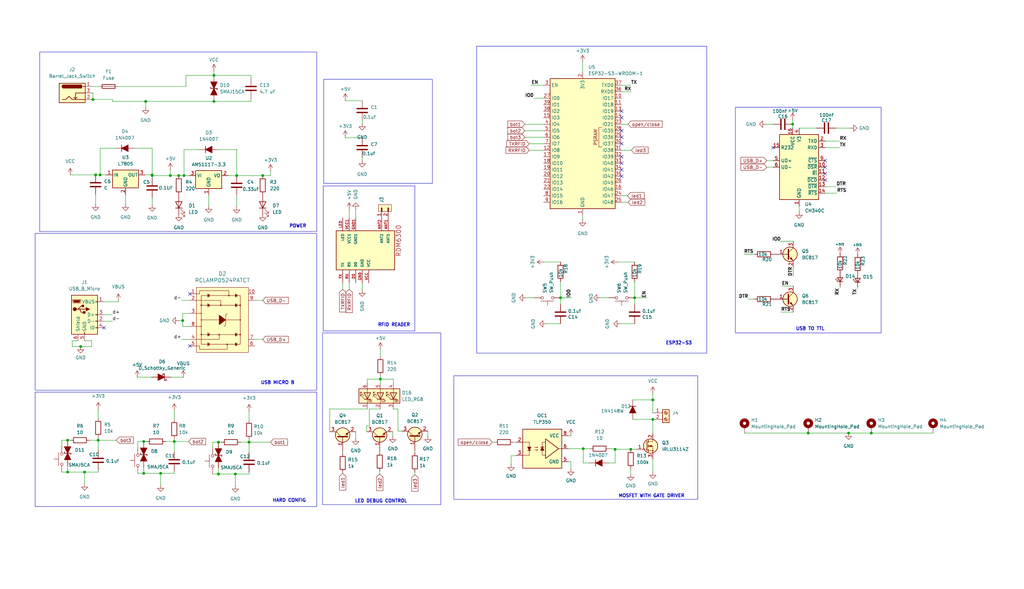
<source format=kicad_sch>
(kicad_sch (version 20231120) (generator "eeschema") (generator_version "8.0")
  (paper "User" 400 230)
  (lib_symbols
    (symbol "+3V3_1" (power) (pin_numbers hide) (pin_names (offset 0) hide)
      (property "Value" "+3V3" (at 0 3.556 0))
      (symbol "+3V3_1_1_1"
        (pin power_in line (at 0 0 90) (length 0) (name "~") (number "1"))
      )
    )
    (symbol "1N4148W_1" (pin_numbers hide) (pin_names hide)
      (property "Reference" "D2" (at -1.27 -4.572 90))
      (property "Value" "1N4148W" (at 0.762 -10.414 90))
      (symbol "1N4148W_1_1_1"
        (pin passive line (at -3.81 0 0) (length 2.54) (name "K") (number "1"))
        (pin passive line (at 3.81 0 180) (length 2.54) (name "A") (number "2"))
      )
    )
    (symbol "Connector:Barrel_Jack_Switch" (pin_names hide)
      (property "Reference" "J" (at 0 5.334 0))
      (property "Value" "Barrel_Jack_Switch" (at 0 -5.08 0))
      (symbol "Barrel_Jack_Switch_1_1"
        (pin passive line (at 7.62 2.54 180) (length 2.54) (name "~") (number "1"))
        (pin passive line (at 7.62 -2.54 180) (length 2.54) (name "~") (number "2"))
        (pin passive line (at 7.62 0 180) (length 2.54) (name "~") (number "3"))
      )
    )
    (symbol "Connector:Screw_Terminal_01x02" (pin_names (offset 1.016) hide)
      (property "Reference" "J" (at 0 2.54 0))
      (property "Value" "Screw_Terminal_01x02" (at 0 -5.08 0))
      (symbol "Screw_Terminal_01x02_1_1"
        (pin passive line (at -5.08 0 0) (length 3.81) (name "Pin_1") (number "1"))
        (pin passive line (at -5.08 -2.54 0) (length 3.81) (name "Pin_2") (number "2"))
      )
    )
    (symbol "Connector:USB_B_Micro" (pin_names (offset 1.016))
      (property "Reference" "J" (at -5.08 11.43 0))
      (property "Value" "USB_B_Micro" (at -5.08 8.89 0))
      (symbol "USB_B_Micro_1_1"
        (pin power_out line (at 7.62 5.08 180) (length 2.54) (name "VBUS") (number "1"))
        (pin bidirectional line (at 7.62 -2.54 180) (length 2.54) (name "D-") (number "2"))
        (pin bidirectional line (at 7.62 0 180) (length 2.54) (name "D+") (number "3"))
        (pin passive line (at 7.62 -5.08 180) (length 2.54) (name "ID") (number "4"))
        (pin power_out line (at 0 -10.16 90) (length 2.54) (name "GND") (number "5"))
        (pin passive line (at -2.54 -10.16 90) (length 2.54) (name "Shield") (number "6"))
      )
    )
    (symbol "Device:C" (pin_numbers hide) (pin_names (offset 0.254))
      (property "Reference" "C" (at 0.635 2.54 0))
      (property "Value" "C" (at 0.635 -2.54 0))
      (symbol "C_1_1"
        (pin passive line (at 0 3.81 270) (length 2.794) (name "~") (number "1"))
        (pin passive line (at 0 -3.81 90) (length 2.794) (name "~") (number "2"))
      )
    )
    (symbol "Device:Fuse" (pin_numbers hide) (pin_names (offset 0))
      (property "Reference" "F" (at 2.032 0 90))
      (property "Value" "Fuse" (at -1.905 0 90))
      (symbol "Fuse_1_1"
        (pin passive line (at 0 3.81 270) (length 1.27) (name "~") (number "1"))
        (pin passive line (at 0 -3.81 90) (length 1.27) (name "~") (number "2"))
      )
    )
    (symbol "Device:LED" (pin_numbers hide) (pin_names (offset 1.016) hide)
      (property "Reference" "D" (at 0 2.54 0))
      (property "Value" "LED" (at 0 -2.54 0))
      (symbol "LED_1_1"
        (pin passive line (at -3.81 0 0) (length 2.54) (name "K") (number "1"))
        (pin passive line (at 3.81 0 180) (length 2.54) (name "A") (number "2"))
      )
    )
    (symbol "Device:LED_RGB" (pin_names (offset 0) hide)
      (property "Reference" "D" (at 0 9.398 0))
      (property "Value" "LED_RGB" (at 0 -8.89 0))
      (symbol "LED_RGB_0_0"
        (text "B" (at -1.905 -6.35 0) (effects (font (size 1.27 1.27))))
        (text "G" (at -1.905 -1.27 0) (effects (font (size 1.27 1.27))))
        (text "R" (at -1.905 3.81 0) (effects (font (size 1.27 1.27))))
      )
      (symbol "LED_RGB_1_1"
        (pin passive line (at -5.08 5.08 0) (length 2.54) (name "RK") (number "1"))
        (pin passive line (at -5.08 0 0) (length 2.54) (name "GK") (number "2"))
        (pin passive line (at -5.08 -5.08 0) (length 2.54) (name "BK") (number "3"))
        (pin passive line (at 5.08 -5.08 180) (length 2.54) (name "BA") (number "4"))
        (pin passive line (at 5.08 0 180) (length 2.54) (name "GA") (number "5"))
        (pin passive line (at 5.08 5.08 180) (length 2.54) (name "RA") (number "6"))
      )
    )
    (symbol "Device:LED_Small" (pin_numbers hide) (pin_names (offset 0.254) hide)
      (property "Reference" "D" (at -1.27 3.175 0))
      (property "Value" "LED_Small" (at -4.445 -2.54 0))
      (symbol "LED_Small_1_1"
        (pin passive line (at -2.54 0 0) (length 1.778) (name "K") (number "1"))
        (pin passive line (at 2.54 0 180) (length 1.778) (name "A") (number "2"))
      )
    )
    (symbol "Device:R" (pin_numbers hide) (pin_names (offset 0))
      (property "Reference" "R" (at 2.032 0 90))
      (property "Value" "R" (at 0 0 90))
      (symbol "R_1_1"
        (pin passive line (at 0 3.81 270) (length 1.27) (name "~") (number "1"))
        (pin passive line (at 0 -3.81 90) (length 1.27) (name "~") (number "2"))
      )
    )
    (symbol "GND_10" (power) (pin_numbers hide) (pin_names (offset 0) hide)
      (property "Value" "GND" (at 0 -3.81 0))
      (symbol "GND_10_1_1"
        (pin power_in line (at 0 0 270) (length 0) (name "~") (number "1"))
      )
    )
    (symbol "GND_2" (power) (pin_numbers hide) (pin_names (offset 0) hide)
      (property "Value" "GND" (at 0 -3.81 0))
      (symbol "GND_2_1_1"
        (pin power_in line (at 0 0 270) (length 0) (name "~") (number "1"))
      )
    )
    (symbol "GND_3" (power) (pin_numbers hide) (pin_names (offset 0) hide)
      (property "Value" "GND" (at 0 -3.81 0))
      (symbol "GND_3_1_1"
        (pin power_in line (at 0 0 270) (length 0) (name "~") (number "1"))
      )
    )
    (symbol "GND_4" (power) (pin_numbers hide) (pin_names (offset 0) hide)
      (property "Value" "GND" (at 0 -3.81 0))
      (symbol "GND_4_1_1"
        (pin power_in line (at 0 0 270) (length 0) (name "~") (number "1"))
      )
    )
    (symbol "GND_6" (power) (pin_numbers hide) (pin_names (offset 0) hide)
      (property "Value" "GND" (at 0 -3.81 0))
      (symbol "GND_6_1_1"
        (pin power_in line (at 0 0 270) (length 0) (name "~") (number "1"))
      )
    )
    (symbol "Interface_USB:CH340C"
      (property "Reference" "U" (at -5.08 13.97 0))
      (property "Value" "CH340C" (at 1.27 13.97 0))
      (symbol "CH340C_1_1"
        (pin power_in line (at 0 -15.24 90) (length 2.54) (name "GND") (number "1"))
        (pin input line (at 10.16 0 180) (length 2.54) (name "~{DSR}") (number "10"))
        (pin input line (at 10.16 -2.54 180) (length 2.54) (name "~{RI}") (number "11"))
        (pin input line (at 10.16 -5.08 180) (length 2.54) (name "~{DCD}") (number "12"))
        (pin output line (at 10.16 -7.62 180) (length 2.54) (name "~{DTR}") (number "13"))
        (pin output line (at 10.16 -10.16 180) (length 2.54) (name "~{RTS}") (number "14"))
        (pin input line (at -10.16 7.62 0) (length 2.54) (name "R232") (number "15"))
        (pin power_in line (at -2.54 15.24 270) (length 2.54) (name "VCC") (number "16"))
        (pin output line (at 10.16 10.16 180) (length 2.54) (name "TXD") (number "2"))
        (pin input line (at 10.16 7.62 180) (length 2.54) (name "RXD") (number "3"))
        (pin power_out line (at 0 15.24 270) (length 2.54) (name "V3") (number "4"))
        (pin bidirectional line (at -10.16 2.54 0) (length 2.54) (name "UD+") (number "5"))
        (pin bidirectional line (at -10.16 0 0) (length 2.54) (name "UD-") (number "6"))
        (pin no_connect line (at -7.62 -5.08 0) (length 2.54) hide (name "NC") (number "7"))
        (pin no_connect line (at -7.62 -7.62 0) (length 2.54) hide (name "NC") (number "8"))
        (pin input line (at 10.16 2.54 180) (length 2.54) (name "~{CTS}") (number "9"))
      )
    )
    (symbol "Mechanical:MountingHole_Pad" (pin_numbers hide) (pin_names (offset 1.016) hide) (exclude_from_sim yes) (in_bom no)
      (property "Reference" "H" (at 0 6.35 0))
      (property "Value" "MountingHole_Pad" (at 0 4.445 0))
      (symbol "MountingHole_Pad_1_1"
        (pin input line (at 0 -2.54 90) (length 2.54) (name "1") (number "1"))
      )
    )
    (symbol "PCM_Diode_AKL:1N4007" (pin_numbers hide) (pin_names (offset 1.016) hide)
      (property "Reference" "D" (at 0 5.08 0))
      (property "Value" "1N4007" (at 0 2.54 0))
      (symbol "1N4007_1_1"
        (pin passive line (at 3.81 0 180) (length 2.54) (name "K") (number "1"))
        (pin passive line (at -3.81 0 0) (length 2.54) (name "A") (number "2"))
      )
    )
    (symbol "PCM_Diode_Schottky_AKL:D_Schottky_Generic" (pin_numbers hide) (pin_names (offset 1.016) hide)
      (property "Reference" "D" (at 0 5.08 0))
      (property "Value" "D_Schottky_Generic" (at 0 2.54 0))
      (symbol "D_Schottky_Generic_1_1"
        (pin passive line (at 3.81 0 180) (length 2.54) (name "K") (number "1"))
        (pin passive line (at -3.81 0 0) (length 2.54) (name "A") (number "2"))
      )
    )
    (symbol "PCM_Diode_TVS_AKL:D_TVS_Bidirectional_Generic" (pin_numbers hide) (pin_names (offset 1.016) hide)
      (property "Reference" "D" (at 0 5.08 0))
      (property "Value" "D_TVS_Bidirectional_Generic" (at 0 2.54 0))
      (symbol "D_TVS_Bidirectional_Generic_1_1"
        (pin passive line (at -5.08 0 0) (length 2.54) (name "K") (number "1"))
        (pin passive line (at 5.08 0 180) (length 2.54) (name "A") (number "2"))
      )
    )
    (symbol "PCM_Optocoupler_Gate_Driver_AKL:TLP350" (pin_names (offset 1.016))
      (property "Reference" "OC" (at -7.62 12.7 0))
      (property "Value" "TLP350" (at -7.62 10.16 0))
      (symbol "TLP350_1_1"
        (pin no_connect line (at -2.54 2.54 0) (length 2.54) hide (name "NC") (number "1"))
        (pin passive line (at -10.16 2.54 0) (length 2.54) (name "~") (number "2"))
        (pin passive line (at -10.16 -2.54 0) (length 2.54) (name "~") (number "3"))
        (pin no_connect line (at -2.54 0 0) (length 2.54) hide (name "NC") (number "4"))
        (pin power_in line (at 10.16 -5.08 180) (length 2.54) (name "GND") (number "5"))
        (pin output line (at 10.16 0 180) (length 2.54) (name "~") (number "6"))
        (pin no_connect line (at -2.54 -2.54 0) (length 2.54) hide (name "NC") (number "7"))
        (pin power_in line (at 10.16 5.08 180) (length 2.54) (name "VCC") (number "8"))
      )
    )
    (symbol "PCM_SL_Pin_Headers:PINHD_1x2_Male"
      (property "Reference" "J" (at 0 6.35 0))
      (property "Value" "PINHD_1x2_Male" (at 0 3.81 0))
      (symbol "PINHD_1x2_Male_1_1"
        (pin passive line (at -3.81 1.27 0) (length 2.54) (name "") (number "1"))
        (pin passive line (at -3.81 -1.27 0) (length 2.54) (name "") (number "2"))
      )
    )
    (symbol "PCM_Transistor_BJT_AKL:BC817" (pin_names hide)
      (property "Reference" "Q" (at 5.08 1.27 0))
      (property "Value" "BC817" (at 5.08 -1.27 0))
      (symbol "BC817_1_1"
        (pin input line (at -5.08 0 0) (length 5.715) (name "B") (number "1"))
        (pin passive line (at 2.54 -5.08 90) (length 2.54) (name "E") (number "2"))
        (pin passive line (at 2.54 5.08 270) (length 2.54) (name "C") (number "3"))
      )
    )
    (symbol "PCM_Transistor_MOSFET_AKL:IRLU3114Z" (pin_names hide)
      (property "Reference" "Q" (at 5.08 1.27 0))
      (property "Value" "IRLU3114Z" (at 5.08 -1.27 0))
      (symbol "IRLU3114Z_1_1"
        (pin input line (at -3.81 -1.27 0) (length 2.54) (name "G") (number "1"))
        (pin passive line (at 2.54 5.08 270) (length 2.54) (name "D") (number "2"))
        (pin passive line (at 2.54 -5.08 90) (length 2.54) (name "S") (number "3"))
      )
    )
    (symbol "RDM6300:RDM6300" (pin_names (offset 1.016))
      (symbol "RDM6300_0_0"
        (text "RDM6300" (at -2.54 -12.7 0) (effects (font (size 1.778 1.778)) (justify left bottom)))
        (pin bidirectional line (at 12.7 -7.62 180) (length 5.08) (name "ANT1") (number "ANT1"))
        (pin bidirectional line (at 12.7 -5.08 180) (length 5.08) (name "ANT2") (number "ANT2"))
        (pin bidirectional line (at -12.7 5.08 0) (length 5.08) (name "D0") (number "D0"))
        (pin bidirectional line (at -12.7 2.54 0) (length 5.08) (name "GND") (number "GND"))
        (pin bidirectional line (at 12.7 5.08 180) (length 5.08) (name "GND1") (number "GND1"))
        (pin bidirectional line (at 12.7 10.16 180) (length 5.08) (name "LED") (number "LED"))
        (pin bidirectional line (at -12.7 7.62 0) (length 5.08) (name "RX") (number "RX"))
        (pin bidirectional line (at -12.7 10.16 0) (length 5.08) (name "TX") (number "TX"))
        (pin bidirectional line (at -12.7 0 0) (length 5.08) (name "VCC") (number "VCC"))
        (pin bidirectional line (at 12.7 7.62 180) (length 5.08) (name "VCC1") (number "VCC1"))
      )
    )
    (symbol "RF_Module:ESP32-S3-WROOM-1"
      (property "Reference" "U" (at -12.7 26.67 0))
      (property "Value" "ESP32-S3-WROOM-1" (at 12.7 26.67 0))
      (symbol "ESP32-S3-WROOM-1_0_0"
        (text "PSRAM" (at 5.08 2.54 900) (effects (font (size 1.27 1.27))))
      )
      (symbol "ESP32-S3-WROOM-1_1_1"
        (pin power_in line (at 0 -27.94 90) (length 2.54) (name "GND") (number "1"))
        (pin bidirectional line (at 15.24 17.78 180) (length 2.54) (name "IO17") (number "10"))
        (pin bidirectional line (at 15.24 15.24 180) (length 2.54) (name "IO18") (number "11"))
        (pin bidirectional line (at -15.24 -2.54 0) (length 2.54) (name "IO8") (number "12"))
        (pin bidirectional line (at 15.24 12.7 180) (length 2.54) (name "IO19") (number "13"))
        (pin bidirectional line (at 15.24 10.16 180) (length 2.54) (name "IO20") (number "14"))
        (pin bidirectional line (at -15.24 10.16 0) (length 2.54) (name "IO3") (number "15"))
        (pin bidirectional line (at 15.24 -17.78 180) (length 2.54) (name "IO46") (number "16"))
        (pin bidirectional line (at -15.24 -5.08 0) (length 2.54) (name "IO9") (number "17"))
        (pin bidirectional line (at -15.24 -7.62 0) (length 2.54) (name "IO10") (number "18"))
        (pin bidirectional line (at -15.24 -10.16 0) (length 2.54) (name "IO11") (number "19"))
        (pin power_in line (at 0 27.94 270) (length 2.54) (name "3V3") (number "2"))
        (pin bidirectional line (at -15.24 -12.7 0) (length 2.54) (name "IO12") (number "20"))
        (pin bidirectional line (at -15.24 -15.24 0) (length 2.54) (name "IO13") (number "21"))
        (pin bidirectional line (at -15.24 -17.78 0) (length 2.54) (name "IO14") (number "22"))
        (pin bidirectional line (at 15.24 7.62 180) (length 2.54) (name "IO21") (number "23"))
        (pin bidirectional line (at 15.24 -20.32 180) (length 2.54) (name "IO47") (number "24"))
        (pin bidirectional line (at 15.24 -22.86 180) (length 2.54) (name "IO48") (number "25"))
        (pin bidirectional line (at 15.24 -15.24 180) (length 2.54) (name "IO45") (number "26"))
        (pin bidirectional line (at -15.24 17.78 0) (length 2.54) (name "IO0") (number "27"))
        (pin bidirectional line (at 15.24 5.08 180) (length 2.54) (name "IO35") (number "28"))
        (pin bidirectional line (at 15.24 2.54 180) (length 2.54) (name "IO36") (number "29"))
        (pin input line (at -15.24 22.86 0) (length 2.54) (name "EN") (number "3"))
        (pin bidirectional line (at 15.24 0 180) (length 2.54) (name "IO37") (number "30"))
        (pin bidirectional line (at 15.24 -2.54 180) (length 2.54) (name "IO38") (number "31"))
        (pin bidirectional line (at 15.24 -5.08 180) (length 2.54) (name "IO39") (number "32"))
        (pin bidirectional line (at 15.24 -7.62 180) (length 2.54) (name "IO40") (number "33"))
        (pin bidirectional line (at 15.24 -10.16 180) (length 2.54) (name "IO41") (number "34"))
        (pin bidirectional line (at 15.24 -12.7 180) (length 2.54) (name "IO42") (number "35"))
        (pin bidirectional line (at 15.24 20.32 180) (length 2.54) (name "RXD0") (number "36"))
        (pin bidirectional line (at 15.24 22.86 180) (length 2.54) (name "TXD0") (number "37"))
        (pin bidirectional line (at -15.24 12.7 0) (length 2.54) (name "IO2") (number "38"))
        (pin bidirectional line (at -15.24 15.24 0) (length 2.54) (name "IO1") (number "39"))
        (pin bidirectional line (at -15.24 7.62 0) (length 2.54) (name "IO4") (number "4"))
        (pin passive line (at 0 -27.94 90) (length 2.54) hide (name "GND") (number "40"))
        (pin passive line (at 0 -27.94 90) (length 2.54) hide (name "GND") (number "41"))
        (pin bidirectional line (at -15.24 5.08 0) (length 2.54) (name "IO5") (number "5"))
        (pin bidirectional line (at -15.24 2.54 0) (length 2.54) (name "IO6") (number "6"))
        (pin bidirectional line (at -15.24 0 0) (length 2.54) (name "IO7") (number "7"))
        (pin bidirectional line (at -15.24 -20.32 0) (length 2.54) (name "IO15") (number "8"))
        (pin bidirectional line (at -15.24 -22.86 0) (length 2.54) (name "IO16") (number "9"))
      )
    )
    (symbol "Regulator_Linear:AMS1117-3.3"
      (property "Reference" "U" (at -3.81 3.175 0))
      (property "Value" "AMS1117-3.3" (at 0 3.175 0))
      (symbol "AMS1117-3.3_1_1"
        (pin power_in line (at 0 -7.62 90) (length 2.54) (name "GND") (number "1"))
        (pin power_out line (at 7.62 0 180) (length 2.54) (name "VO") (number "2"))
        (pin power_in line (at -7.62 0 0) (length 2.54) (name "VI") (number "3"))
      )
    )
    (symbol "Regulator_Linear:L7805" (pin_names (offset 0.254))
      (property "Reference" "U" (at -3.81 3.175 0))
      (property "Value" "L7805" (at 0 3.175 0))
      (symbol "L7805_1_1"
        (pin power_in line (at -7.62 0 0) (length 2.54) (name "IN") (number "1"))
        (pin power_in line (at 0 -7.62 90) (length 2.54) (name "GND") (number "2"))
        (pin power_out line (at 7.62 0 180) (length 2.54) (name "OUT") (number "3"))
      )
    )
    (symbol "Switch:SW_Push" (pin_numbers hide) (pin_names (offset 1.016) hide)
      (property "Reference" "SW" (at 1.27 2.54 0))
      (property "Value" "SW_Push" (at 0 -1.524 0))
      (symbol "SW_Push_0_1"
        (pin passive line (at -5.08 0 0) (length 2.54) (name "1") (number "1"))
        (pin passive line (at 5.08 0 180) (length 2.54) (name "2") (number "2"))
      )
    )
    (symbol "dk_TVS-Diodes:RCLAMP0524PATCT" (pin_names (offset 1.016))
      (property "Reference" "D" (at -10.4902 13.6906 0))
      (property "Value" "RCLAMP0524PATCT" (at -0.0254 -14.0462 0))
      (symbol "RCLAMP0524PATCT_1_1"
        (pin input line (at -12.7 10.16 0) (length 2.54) (name "~") (number "1"))
        (pin output line (at 12.7 10.16 180) (length 2.54) (name "~") (number "10"))
        (pin input line (at -12.7 7.62 0) (length 2.54) (name "~") (number "2"))
        (pin power_in line (at -12.7 2.54 0) (length 2.54) (name "~") (number "3"))
        (pin input line (at -12.7 -7.62 0) (length 2.54) (name "~") (number "4"))
        (pin input line (at -12.7 -10.16 0) (length 2.54) (name "~") (number "5"))
        (pin output line (at 12.7 -10.16 180) (length 2.54) (name "~") (number "6"))
        (pin output line (at 12.7 -7.62 180) (length 2.54) (name "~") (number "7"))
        (pin power_in line (at -12.7 -2.54 0) (length 2.54) (name "~") (number "8"))
        (pin output line (at 12.7 7.62 180) (length 2.54) (name "~") (number "9"))
      )
    )
    (symbol "power:+3V3" (power) (pin_numbers hide) (pin_names (offset 0) hide)
      (property "Value" "+3V3" (at 0 3.556 0))
      (symbol "+3V3_1_1"
        (pin power_in line (at 0 0 90) (length 0) (name "~") (number "1"))
      )
    )
    (symbol "power:+5V" (power) (pin_numbers hide) (pin_names (offset 0) hide)
      (property "Value" "+5V" (at 0 3.556 0))
      (symbol "+5V_1_1"
        (pin power_in line (at 0 0 90) (length 0) (name "~") (number "1"))
      )
    )
    (symbol "power:GND" (power) (pin_numbers hide) (pin_names (offset 0) hide)
      (property "Value" "GND" (at 0 -3.81 0))
      (symbol "GND_1_1"
        (pin power_in line (at 0 0 270) (length 0) (name "~") (number "1"))
      )
    )
    (symbol "power:VBUS" (power) (pin_numbers hide) (pin_names (offset 0) hide)
      (property "Value" "VBUS" (at 0 3.556 0))
      (symbol "VBUS_1_1"
        (pin power_in line (at 0 0 90) (length 0) (name "~") (number "1"))
      )
    )
    (symbol "power:VCC" (power) (pin_numbers hide) (pin_names (offset 0) hide)
      (property "Value" "VCC" (at 0 3.556 0))
      (symbol "VCC_1_1"
        (pin power_in line (at 0 0 90) (length 0) (name "~") (number "1"))
      )
    )
  )
  (junction (at 56.134 172.466))
  (junction (at 71.374 125.222))
  (junction (at 102.616 68.58))
  (junction (at 31.496 135.382))
  (junction (at 39.116 68.326))
  (junction (at 340.36 169.164))
  (junction (at 56.896 39.624))
  (junction (at 227.838 175.26))
  (junction (at 91.948 185.166))
  (junction (at 315.722 169.164))
  (junction (at 71.882 68.58))
  (junction (at 255.016 156.21))
  (junction (at 36.322 38.862))
  (junction (at 331.47 169.164))
  (junction (at 59.436 68.58))
  (junction (at 218.948 116.332))
  (junction (at 66.548 68.58))
  (junction (at 56.134 184.912))
  (junction (at 59.436 68.326))
  (junction (at 26.416 171.958))
  (junction (at 148.59 148.082))
  (junction (at 33.02 184.404))
  (junction (at 83.566 39.624))
  (junction (at 240.284 175.514))
  (junction (at 62.738 184.912))
  (junction (at 38.354 171.958))
  (junction (at 37.338 68.326))
  (junction (at 68.072 172.466))
  (junction (at 69.85 68.58))
  (junction (at 92.456 68.58))
  (junction (at 97.282 172.72))
  (junction (at 85.344 185.166))
  (junction (at 255.016 163.83))
  (junction (at 309.626 48.514))
  (junction (at 246.38 175.514))
  (junction (at 247.904 116.332))
  (junction (at 26.416 184.404))
  (junction (at 83.566 29.464))
  (junction (at 85.344 172.72))
  (no_connect (at 242.824 56.134))
  (no_connect (at 322.326 67.818))
  (no_connect (at 242.824 63.754))
  (no_connect (at 242.824 61.214))
  (no_connect (at 322.326 70.358))
  (no_connect (at 74.168 135.128))
  (no_connect (at 302.006 57.658))
  (no_connect (at 242.824 68.834))
  (no_connect (at 242.824 43.434))
  (no_connect (at 242.824 51.054))
  (no_connect (at 322.326 65.278))
  (no_connect (at 74.168 114.808))
  (no_connect (at 242.824 53.594))
  (no_connect (at 242.824 66.294))
  (no_connect (at 40.64 128.016))
  (no_connect (at 322.326 62.738))
  (no_connect (at 242.824 45.974))
  (wire (pts (xy 91.948 185.166) (xy 97.282 185.166)))
  (wire (pts (xy 218.948 118.872) (xy 218.948 116.332)))
  (wire (pts (xy 255.016 153.67) (xy 255.016 156.21)))
  (wire (pts (xy 91.948 189.738) (xy 91.948 185.166)))
  (wire (pts (xy 328.168 111.76) (xy 328.168 112.522)))
  (wire (pts (xy 299.212 48.514) (xy 302.006 48.514)))
  (wire (pts (xy 242.824 76.454) (xy 245.11 76.454)))
  (wire (pts (xy 167.132 168.402) (xy 167.132 170.434)))
  (wire (pts (xy 92.456 68.58) (xy 102.616 68.58)))
  (wire (pts (xy 44.958 57.912) (xy 39.116 57.912)))
  (wire (pts (xy 143.256 166.37) (xy 143.256 168.656)))
  (wire (pts (xy 36.322 38.862) (xy 35.814 38.862)))
  (wire (pts (xy 143.51 148.082) (xy 148.59 148.082)))
  (wire (pts (xy 24.13 184.404) (xy 26.416 184.404)))
  (wire (pts (xy 68.072 172.466) (xy 68.072 176.53)))
  (wire (pts (xy 24.13 171.958) (xy 24.13 174.244)))
  (wire (pts (xy 255.016 163.83) (xy 255.016 169.164)))
  (wire (pts (xy 364.49 169.164) (xy 340.36 169.164)))
  (wire (pts (xy 85.344 182.88) (xy 85.344 185.166)))
  (wire (pts (xy 305.054 121.92) (xy 309.88 121.92)))
  (wire (pts (xy 59.436 68.58) (xy 66.548 68.58)))
  (wire (pts (xy 39.116 68.326) (xy 41.402 68.326)))
  (wire (pts (xy 322.326 55.118) (xy 327.914 55.118)))
  (wire (pts (xy 143.51 149.606) (xy 143.51 148.082)))
  (wire (pts (xy 85.344 172.72) (xy 86.36 172.72)))
  (wire (pts (xy 326.644 50.038) (xy 332.232 50.038)))
  (wire (pts (xy 290.83 169.164) (xy 315.722 169.164)))
  (wire (pts (xy 240.284 175.514) (xy 240.284 180.848)))
  (wire (pts (xy 71.882 58.42) (xy 71.882 68.58)))
  (wire (pts (xy 153.416 168.656) (xy 153.416 170.434)))
  (wire (pts (xy 299.466 62.738) (xy 302.006 62.738)))
  (wire (pts (xy 221.996 180.34) (xy 223.012 180.34)))
  (wire (pts (xy 83.058 172.72) (xy 83.058 175.006)))
  (wire (pts (xy 128.778 168.656) (xy 128.778 159.766)))
  (wire (pts (xy 28.194 133.096) (xy 30.48 133.096)))
  (wire (pts (xy 43.942 39.624) (xy 56.896 39.624)))
  (wire (pts (xy 35.814 33.782) (xy 38.608 33.782)))
  (wire (pts (xy 92.456 76.2) (xy 92.456 80.772)))
  (wire (pts (xy 133.858 177.038) (xy 133.858 176.276)))
  (wire (pts (xy 89.154 68.58) (xy 92.456 68.58)))
  (wire (pts (xy 247.142 156.21) (xy 255.016 156.21)))
  (wire (pts (xy 335.026 112.014) (xy 335.026 112.776)))
  (wire (pts (xy 309.626 46.736) (xy 309.626 48.514)))
  (wire (pts (xy 246.38 175.514) (xy 248.666 175.514)))
  (wire (pts (xy 56.134 184.912) (xy 62.738 184.912)))
  (wire (pts (xy 205.486 116.332) (xy 208.788 116.332)))
  (wire (pts (xy 223.012 180.34) (xy 223.012 183.134)))
  (wire (pts (xy 134.874 39.116) (xy 134.874 39.37)))
  (wire (pts (xy 242.824 35.814) (xy 246.634 35.814)))
  (wire (pts (xy 66.548 68.58) (xy 69.85 68.58)))
  (wire (pts (xy 59.436 57.912) (xy 52.578 57.912)))
  (wire (pts (xy 35.052 171.958) (xy 38.354 171.958)))
  (wire (pts (xy 38.354 171.958) (xy 45.466 171.958)))
  (wire (pts (xy 59.436 69.596) (xy 59.436 68.58)))
  (wire (pts (xy 218.948 116.332) (xy 218.948 109.982)))
  (wire (pts (xy 206.756 56.134) (xy 212.344 56.134)))
  (wire (pts (xy 255.016 156.21) (xy 255.016 161.29)))
  (wire (pts (xy 36.322 36.322) (xy 36.322 38.862)))
  (wire (pts (xy 38.354 170.942) (xy 38.354 171.958)))
  (wire (pts (xy 56.642 68.326) (xy 59.436 68.326)))
  (wire (pts (xy 46.228 33.782) (xy 72.644 33.782)))
  (wire (pts (xy 290.576 99.314) (xy 294.64 99.314)))
  (wire (pts (xy 312.166 50.038) (xy 319.024 50.038)))
  (wire (pts (xy 99.568 117.348) (xy 102.616 117.348)))
  (wire (pts (xy 98.044 38.354) (xy 98.044 39.624)))
  (wire (pts (xy 77.724 58.42) (xy 71.882 58.42)))
  (wire (pts (xy 148.59 146.812) (xy 148.59 148.082)))
  (wire (pts (xy 74.168 132.588) (xy 70.866 132.588)))
  (wire (pts (xy 46.228 117.348) (xy 46.228 117.856)))
  (wire (pts (xy 56.134 182.626) (xy 56.134 184.912)))
  (wire (pts (xy 71.374 125.222) (xy 71.374 127.508)))
  (wire (pts (xy 128.778 159.766) (xy 143.51 159.766)))
  (wire (pts (xy 246.38 183.134) (xy 246.38 185.166)))
  (wire (pts (xy 227.584 85.852) (xy 227.584 84.074)))
  (wire (pts (xy 102.616 68.58) (xy 105.664 68.58)))
  (wire (pts (xy 201.676 177.8) (xy 201.676 178.054)))
  (wire (pts (xy 40.64 117.856) (xy 46.228 117.856)))
  (wire (pts (xy 305.054 94.234) (xy 309.88 94.234)))
  (wire (pts (xy 26.416 182.118) (xy 26.416 184.404)))
  (wire (pts (xy 69.85 68.58) (xy 71.882 68.58)))
  (wire (pts (xy 230.124 180.848) (xy 227.838 180.848)))
  (wire (pts (xy 81.534 76.2) (xy 81.534 80.518)))
  (wire (pts (xy 24.13 171.958) (xy 26.416 171.958)))
  (wire (pts (xy 299.466 65.278) (xy 302.006 65.278)))
  (wire (pts (xy 148.59 136.398) (xy 148.59 139.192)))
  (wire (pts (xy 242.824 48.514) (xy 245.364 48.514)))
  (wire (pts (xy 213.36 126.492) (xy 218.948 126.492)))
  (wire (pts (xy 141.478 48.26) (xy 141.478 46.99)))
  (wire (pts (xy 227.838 175.26) (xy 230.378 175.26)))
  (wire (pts (xy 242.316 126.492) (xy 247.904 126.492)))
  (wire (pts (xy 27.432 68.326) (xy 37.338 68.326)))
  (wire (pts (xy 247.904 116.332) (xy 247.904 109.982)))
  (wire (pts (xy 64.77 172.466) (xy 68.072 172.466)))
  (wire (pts (xy 326.644 72.898) (xy 322.326 72.898)))
  (wire (pts (xy 237.998 175.26) (xy 240.284 175.26)))
  (wire (pts (xy 144.272 159.766) (xy 144.272 166.37)))
  (wire (pts (xy 74.168 117.348) (xy 70.866 117.348)))
  (wire (pts (xy 92.456 68.58) (xy 92.456 58.42)))
  (wire (pts (xy 309.626 48.514) (xy 309.626 50.038)))
  (wire (pts (xy 38.354 184.404) (xy 38.354 183.642)))
  (wire (pts (xy 204.978 51.054) (xy 212.344 51.054)))
  (wire (pts (xy 56.896 39.624) (xy 83.566 39.624)))
  (wire (pts (xy 247.904 118.872) (xy 247.904 116.332)))
  (wire (pts (xy 134.874 53.594) (xy 134.874 53.848)))
  (wire (pts (xy 98.044 30.734) (xy 98.044 29.464)))
  (wire (pts (xy 141.478 113.284) (xy 141.478 110.49)))
  (wire (pts (xy 292.354 116.84) (xy 294.64 116.84)))
  (wire (pts (xy 148.59 159.766) (xy 144.272 159.766)))
  (wire (pts (xy 305.308 111.76) (xy 309.88 111.76)))
  (wire (pts (xy 242.824 33.274) (xy 246.38 33.274)))
  (wire (pts (xy 153.67 148.082) (xy 153.67 149.606)))
  (wire (pts (xy 26.416 171.958) (xy 27.432 171.958)))
  (wire (pts (xy 68.072 184.912) (xy 68.072 184.15)))
  (wire (pts (xy 162.052 176.784) (xy 162.052 176.022)))
  (wire (pts (xy 331.47 169.164) (xy 340.36 169.164)))
  (wire (pts (xy 206.756 58.674) (xy 212.344 58.674)))
  (wire (pts (xy 83.566 27.686) (xy 83.566 29.464)))
  (wire (pts (xy 37.338 75.946) (xy 37.338 79.756)))
  (wire (pts (xy 221.996 170.18) (xy 223.012 170.18)))
  (wire (pts (xy 53.848 172.466) (xy 53.848 174.752)))
  (wire (pts (xy 53.848 184.912) (xy 56.134 184.912)))
  (wire (pts (xy 31.496 135.382) (xy 35.814 135.382)))
  (wire (pts (xy 93.98 172.72) (xy 97.282 172.72)))
  (wire (pts (xy 218.948 116.332) (xy 223.266 116.332)))
  (wire (pts (xy 49.022 75.946) (xy 49.022 79.756)))
  (wire (pts (xy 221.996 175.26) (xy 227.838 175.26)))
  (wire (pts (xy 141.478 62.738) (xy 141.478 61.468)))
  (wire (pts (xy 322.326 75.438) (xy 326.898 75.438)))
  (wire (pts (xy 53.594 147.32) (xy 59.182 147.32)))
  (wire (pts (xy 212.344 102.362) (xy 218.948 102.362)))
  (wire (pts (xy 240.284 175.514) (xy 246.38 175.514)))
  (wire (pts (xy 199.644 178.054) (xy 199.644 181.356)))
  (wire (pts (xy 309.88 104.394) (xy 309.88 107.95)))
  (wire (pts (xy 71.882 68.58) (xy 73.914 68.58)))
  (wire (pts (xy 59.436 68.326) (xy 59.436 57.912)))
  (wire (pts (xy 36.322 36.322) (xy 35.814 36.322)))
  (wire (pts (xy 74.168 127.508) (xy 71.374 127.508)))
  (wire (pts (xy 144.272 166.37) (xy 143.256 166.37)))
  (wire (pts (xy 33.02 188.976) (xy 33.02 184.404)))
  (wire (pts (xy 72.644 29.464) (xy 83.566 29.464)))
  (wire (pts (xy 38.354 171.958) (xy 38.354 176.022)))
  (wire (pts (xy 68.072 171.45) (xy 68.072 172.466)))
  (wire (pts (xy 97.282 160.528) (xy 97.282 164.084)))
  (wire (pts (xy 59.436 68.58) (xy 59.436 68.326)))
  (wire (pts (xy 99.568 132.588) (xy 102.616 132.588)))
  (wire (pts (xy 242.824 78.994) (xy 245.364 78.994)))
  (wire (pts (xy 72.644 29.464) (xy 72.644 33.782)))
  (wire (pts (xy 315.722 169.164) (xy 331.47 169.164)))
  (wire (pts (xy 36.322 38.862) (xy 43.942 38.862)))
  (wire (pts (xy 66.548 66.294) (xy 66.548 68.58)))
  (wire (pts (xy 83.566 39.624) (xy 98.044 39.624)))
  (wire (pts (xy 242.824 58.674) (xy 246.634 58.674)))
  (wire (pts (xy 241.3 102.362) (xy 247.904 102.362)))
  (wire (pts (xy 134.874 53.848) (xy 141.478 53.848)))
  (wire (pts (xy 312.166 80.518) (xy 312.166 82.804)))
  (wire (pts (xy 148.336 176.53) (xy 148.336 176.276)))
  (wire (pts (xy 97.282 172.72) (xy 97.282 176.784)))
  (wire (pts (xy 97.282 172.72) (xy 105.664 172.72)))
  (wire (pts (xy 62.738 184.912) (xy 68.072 184.912)))
  (wire (pts (xy 148.59 148.082) (xy 153.67 148.082)))
  (wire (pts (xy 62.738 189.484) (xy 62.738 184.912)))
  (wire (pts (xy 28.194 135.382) (xy 31.496 135.382)))
  (wire (pts (xy 208.534 38.354) (xy 212.344 38.354)))
  (wire (pts (xy 138.938 168.656) (xy 138.938 171.196)))
  (wire (pts (xy 105.664 66.802) (xy 105.664 68.58)))
  (wire (pts (xy 26.416 184.404) (xy 33.02 184.404)))
  (wire (pts (xy 74.168 122.428) (xy 71.374 122.428)))
  (wire (pts (xy 240.284 180.848) (xy 237.744 180.848)))
  (wire (pts (xy 71.374 125.222) (xy 69.85 125.222)))
  (wire (pts (xy 227.584 24.13) (xy 227.584 28.194)))
  (wire (pts (xy 148.336 184.15) (xy 148.336 185.166)))
  (wire (pts (xy 38.354 159.766) (xy 38.354 163.322)))
  (wire (pts (xy 227.838 180.848) (xy 227.838 175.26)))
  (wire (pts (xy 192.278 172.72) (xy 193.04 172.72)))
  (wire (pts (xy 40.64 125.476) (xy 43.942 125.476)))
  (wire (pts (xy 85.344 58.42) (xy 92.456 58.42)))
  (wire (pts (xy 37.338 68.326) (xy 39.116 68.326)))
  (wire (pts (xy 28.194 133.096) (xy 28.194 135.382)))
  (wire (pts (xy 83.566 29.464) (xy 98.044 29.464)))
  (wire (pts (xy 247.904 116.332) (xy 252.73 116.332)))
  (wire (pts (xy 212.344 33.274) (xy 207.518 33.274)))
  (wire (pts (xy 136.398 85.09) (xy 136.398 81.788)))
  (wire (pts (xy 39.116 57.912) (xy 39.116 68.326)))
  (wire (pts (xy 53.848 172.466) (xy 56.134 172.466)))
  (wire (pts (xy 83.058 172.72) (xy 85.344 172.72)))
  (wire (pts (xy 59.436 77.216) (xy 59.436 80.01)))
  (wire (pts (xy 204.978 53.594) (xy 212.344 53.594)))
  (wire (pts (xy 162.052 184.404) (xy 162.052 185.42)))
  (wire (pts (xy 133.858 113.03) (xy 133.858 110.49)))
  (wire (pts (xy 234.442 116.332) (xy 237.744 116.332)))
  (wire (pts (xy 201.676 178.054) (xy 199.644 178.054)))
  (wire (pts (xy 138.938 85.09) (xy 138.938 81.788)))
  (wire (pts (xy 85.344 185.166) (xy 91.948 185.166)))
  (wire (pts (xy 33.02 184.404) (xy 38.354 184.404)))
  (wire (pts (xy 68.072 172.466) (xy 73.66 172.466)))
  (wire (pts (xy 35.814 133.096) (xy 33.02 133.096)))
  (wire (pts (xy 247.142 163.83) (xy 255.016 163.83)))
  (wire (pts (xy 136.398 113.03) (xy 136.398 110.49)))
  (wire (pts (xy 148.59 148.082) (xy 148.59 149.606)))
  (wire (pts (xy 134.874 39.37) (xy 141.478 39.37)))
  (wire (pts (xy 83.058 185.166) (xy 85.344 185.166)))
  (wire (pts (xy 71.374 122.428) (xy 71.374 125.222)))
  (wire (pts (xy 305.054 94.488) (xy 305.054 94.234)))
  (wire (pts (xy 133.858 184.912) (xy 133.858 184.658)))
  (wire (pts (xy 97.282 171.704) (xy 97.282 172.72)))
  (wire (pts (xy 200.66 172.72) (xy 201.676 172.72)))
  (wire (pts (xy 155.448 168.402) (xy 155.448 159.766)))
  (wire (pts (xy 97.282 185.166) (xy 97.282 184.404)))
  (wire (pts (xy 56.896 39.624) (xy 56.896 41.91)))
  (wire (pts (xy 56.134 172.466) (xy 57.15 172.466)))
  (wire (pts (xy 43.942 38.862) (xy 43.942 39.624)))
  (wire (pts (xy 35.814 133.096) (xy 35.814 135.382)))
  (wire (pts (xy 155.448 159.766) (xy 153.67 159.766)))
  (wire (pts (xy 66.802 147.32) (xy 71.628 147.32)))
  (wire (pts (xy 156.972 168.402) (xy 155.448 168.402)))
  (wire (pts (xy 240.284 175.26) (xy 240.284 175.514)))
  (wire (pts (xy 255.016 179.324) (xy 255.016 184.404)))
  (wire (pts (xy 204.978 48.514) (xy 212.344 48.514)))
  (wire (pts (xy 68.072 160.274) (xy 68.072 163.83)))
  (wire (pts (xy 322.326 57.658) (xy 327.914 57.658)))
  (wire (pts (xy 40.64 122.936) (xy 43.942 122.936)))
  (rectangle (start 13.716 91.186) (end 123.698 152.4))
  (rectangle (start 126.492 30.988) (end 168.91 71.628))
  (rectangle (start 13.716 153.162) (end 123.698 197.866))
  (rectangle (start 287.274 41.91) (end 344.17 130.048))
  (rectangle (start 186.182 18.034) (end 276.098 137.922))
  (rectangle (start 125.984 130.048) (end 172.212 197.104))
  (rectangle (start 126.238 72.644) (end 162.052 129.286))
  (rectangle (start 177.292 146.812) (end 272.542 195.072))
  (rectangle (start 15.494 20.32) (end 123.698 90.424))
  (text "POWER\n" (at 116.332 88.392 0) (effects (font (size 1.27 1.27) (bold yes))))
  (text "HARD CONFIG\n" (at 113.03 195.58 0) (effects (font (size 1.27 1.27) (bold yes))))
  (text "USB MICRO B\n" (at 108.458 149.606 0) (effects (font (size 1.27 1.27) (bold yes))))
  (text "MOSFET WITH GATE DRIVER\n" (at 254.508 193.802 0) (effects (font (size 1.27 1.27) (bold yes))))
  (text "RFID READER\n" (at 153.924 127 0) (effects (font (size 1.27 1.27) (bold yes))))
  (text "ESP32-S3" (at 265.176 134.112 0) (effects (font (size 1.27 1.27) (bold yes))))
  (text "USB TO TTL\n" (at 316.484 128.524 0) (effects (font (size 1.27 1.27) (bold yes))))
  (text "LED DEBUG CONTROL" (at 148.844 195.834 0) (effects (font (size 1.27 1.27) (bold yes))))
  (label "TX" (at 335.026 112.776 270) (effects (font (bold yes))))
  (label "IO0" (at 208.534 38.354 180) (effects (font (thickness 0.254) (bold yes))))
  (label "RTS" (at 290.576 99.314 0) (effects (font (thickness 0.254) (bold yes))))
  (label "EN" (at 252.73 116.332 90) (effects (font (thickness 0.254) (bold yes))))
  (label "d-" (at 43.942 125.476 0))
  (label "d+" (at 43.942 122.936 0))
  (label "RTS" (at 326.898 75.438 0) (effects (font (bold yes))))
  (label "RTS" (at 305.054 121.92 0) (effects (font (thickness 0.254) (bold yes))))
  (label "IO0" (at 305.054 94.488 180) (effects (font (thickness 0.254) (bold yes))))
  (label "RX" (at 327.914 55.118 0) (effects (font (bold yes))))
  (label "DTR" (at 326.644 72.898 0) (effects (font (bold yes))))
  (label "DTR" (at 309.88 107.95 90) (effects (font (thickness 0.254) (bold yes))))
  (label "TX" (at 246.38 33.274 0) (effects (font (bold yes))))
  (label "DTR" (at 292.354 116.84 180) (effects (font (thickness 0.254) (bold yes))))
  (label "TX" (at 327.914 57.658 0) (effects (font (bold yes))))
  (label "RX" (at 246.634 35.814 180) (effects (font (bold yes))))
  (label "EN" (at 305.308 111.76 0) (effects (font (thickness 0.254) (bold yes))))
  (label "d-" (at 70.866 117.348 180))
  (label "d+" (at 70.866 132.588 180))
  (label "EN" (at 207.518 33.274 0) (effects (font (thickness 0.254) (bold yes))))
  (label "IO0" (at 223.266 116.332 90) (effects (font (thickness 0.254) (bold yes))))
  (label "RX" (at 328.168 112.522 270) (effects (font (bold yes))))
  (global_label "bot2" (shape input) (at 73.66 172.466 0) (property "Intersheetrefs" "${INTERSHEET_REFS}" (effects (hide yes))))
  (global_label "bot1" (shape input) (at 105.664 172.72 0) (property "Intersheetrefs" "${INTERSHEET_REFS}" (effects (hide yes))))
  (global_label "bot3" (shape input) (at 204.978 53.594 180) (property "Intersheetrefs" "${INTERSHEET_REFS}" (effects (hide yes))))
  (global_label "open{slash}close" (shape input) (at 192.278 172.72 180) (property "Intersheetrefs" "${INTERSHEET_REFS}" (effects (hide yes))))
  (global_label "led3" (shape input) (at 246.634 58.674 0) (property "Intersheetrefs" "${INTERSHEET_REFS}" (effects (hide yes))))
  (global_label "RXRFID" (shape input) (at 136.398 113.03 270) (property "Intersheetrefs" "${INTERSHEET_REFS}" (effects (hide yes))))
  (global_label "USB_D+" (shape input) (at 102.616 132.588 0) (property "Intersheetrefs" "${INTERSHEET_REFS}" (effects (hide yes))))
  (global_label "USB_D-" (shape input) (at 299.466 65.278 180) (property "Intersheetrefs" "${INTERSHEET_REFS}" (effects (hide yes))))
  (global_label "bot2" (shape input) (at 204.978 51.054 180) (property "Intersheetrefs" "${INTERSHEET_REFS}" (effects (hide yes))))
  (global_label "led2" (shape input) (at 245.364 78.994 0) (property "Intersheetrefs" "${INTERSHEET_REFS}" (effects (hide yes))))
  (global_label "led3" (shape input) (at 162.052 185.42 270) (property "Intersheetrefs" "${INTERSHEET_REFS}" (effects (hide yes))))
  (global_label "RXRFID" (shape input) (at 206.756 58.674 180) (property "Intersheetrefs" "${INTERSHEET_REFS}" (effects (hide yes))))
  (global_label "led2" (shape input) (at 148.336 185.166 270) (property "Intersheetrefs" "${INTERSHEET_REFS}" (effects (hide yes))))
  (global_label "TXRFID" (shape input) (at 133.858 113.03 270) (property "Intersheetrefs" "${INTERSHEET_REFS}" (effects (hide yes))))
  (global_label "USB_D-" (shape input) (at 102.616 117.348 0) (property "Intersheetrefs" "${INTERSHEET_REFS}" (effects (hide yes))))
  (global_label "led1" (shape input) (at 245.11 76.454 0) (property "Intersheetrefs" "${INTERSHEET_REFS}" (effects (hide yes))))
  (global_label "bot3" (shape input) (at 45.466 171.958 0) (property "Intersheetrefs" "${INTERSHEET_REFS}" (effects (hide yes))))
  (global_label "open{slash}close" (shape input) (at 245.364 48.514 0) (property "Intersheetrefs" "${INTERSHEET_REFS}" (effects (hide yes))))
  (global_label "led1" (shape input) (at 133.858 184.912 270) (property "Intersheetrefs" "${INTERSHEET_REFS}" (effects (hide yes))))
  (global_label "USB_D+" (shape input) (at 299.466 62.738 180) (property "Intersheetrefs" "${INTERSHEET_REFS}" (effects (hide yes))))
  (global_label "bot1" (shape input) (at 204.978 48.514 180) (property "Intersheetrefs" "${INTERSHEET_REFS}" (effects (hide yes))))
  (global_label "TXRFID" (shape input) (at 206.756 56.134 180) (property "Intersheetrefs" "${INTERSHEET_REFS}" (effects (hide yes))))
  (symbol (lib_id "power:VCC") (at 255.016 153.67 0) (unit 1)
    (property "Reference" "#PWR037" (effects (hide yes)))
    (property "Value" "VCC" (at 255.016 148.844 0))
    (property "Description" "Power symbol creates a global label with name \"VCC\"" (effects (hide yes)))
  )
  (symbol (lib_id "Connector:Barrel_Jack_Switch") (at 28.194 36.322 0) (unit 1)
    (property "Reference" "J2" (at 28.194 27.178 0))
    (property "Value" "Barrel_Jack_Switch" (at 28.194 29.718 0))
    (property "Footprint" "Connector_BarrelJack:BarrelJack_Horizontal" (effects (hide yes)))
    (property "Description" "DC Barrel Jack with an internal switch" (effects (hide yes)))
  )
  (symbol (lib_id "Device:C") (at 59.436 73.406 0) (unit 1)
    (property "Reference" "C5" (at 55.88 71.12 0) (effects (justify left)))
    (property "Value" "0.1UF" (at 61.976 73.406 0) (effects (justify left)))
    (property "Footprint" "Capacitor_SMD:C_0805_2012Metric" (effects (hide yes)))
    (property "Description" "Unpolarized capacitor" (effects (hide yes)))
  )
  (symbol (lib_id "power:+3V3") (at 97.282 160.528 0) (unit 1)
    (property "Reference" "#PWR027" (effects (hide yes)))
    (property "Value" "+3V3" (at 97.282 155.448 0))
    (property "Description" "Power symbol creates a global label with name \"+3V3\"" (effects (hide yes)))
  )
  (symbol (lib_id "Device:R") (at 102.616 72.39 0) (unit 1)
    (property "Reference" "R3" (at 105.41 71.1199 0) (effects (justify left)))
    (property "Value" "220" (at 105.41 73.6599 0) (effects (justify left)))
    (property "Footprint" "PCM_4ms_Resistor:R_0805_2012Metric" (effects (hide yes)))
    (property "Description" "Resistor" (effects (hide yes)))
  )
  (symbol (lib_id "power:+3V3") (at 105.664 66.802 0) (unit 1)
    (property "Reference" "#PWR07" (effects (hide yes)))
    (property "Value" "+3V3" (at 105.664 62.484 0))
    (property "Description" "Power symbol creates a global label with name \"+3V3\"" (effects (hide yes)))
  )
  (symbol (lib_id "power:GND") (at 199.644 181.356 0) (unit 1)
    (property "Reference" "#PWR034" (effects (hide yes)))
    (property "Value" "GND" (at 199.644 185.928 0))
    (property "Description" "Power symbol creates a global label with name \"GND\" , ground" (effects (hide yes)))
  )
  (symbol (lib_id "power:GND") (at 31.496 135.382 0) (unit 1)
    (property "Reference" "#PWR02" (effects (hide yes)))
    (property "Value" "GND" (at 31.496 139.7 0))
    (property "Description" "Power symbol creates a global label with name \"GND\" , ground" (effects (hide yes)))
  )
  (symbol (lib_id "Device:LED_Small") (at 328.168 109.22 90) (unit 1)
    (property "Reference" "D14" (at 330.2 107.8864 90) (effects (justify right)))
    (property "Value" "LED_Small" (effects (hide yes)))
    (property "Footprint" "LED_SMD:LED_0805_2012Metric" (effects (hide yes)))
    (property "Description" "Light emitting diode, small symbol" (effects (hide yes)))
  )
  (symbol (lib_id "power:+3V3") (at 68.072 160.274 0) (unit 1)
    (property "Reference" "#PWR025" (effects (hide yes)))
    (property "Value" "+3V3" (at 68.072 155.194 0))
    (property "Description" "Power symbol creates a global label with name \"+3V3\"" (effects (hide yes)))
  )
  (symbol (lib_id "power:+5V") (at 134.874 39.116 0) (unit 1)
    (property "Reference" "#PWR09" (effects (hide yes)))
    (property "Value" "+5V" (at 134.874 34.798 0))
    (property "Description" "Power symbol creates a global label with name \"+5V\"" (effects (hide yes)))
  )
  (symbol (lib_id "Device:R") (at 196.85 172.72 90) (unit 1)
    (property "Reference" "R11" (at 196.85 166.37 90))
    (property "Value" "220" (at 196.85 168.91 90))
    (property "Footprint" "PCM_4ms_Resistor:R_0805_2012Metric" (effects (hide yes)))
    (property "Description" "Resistor" (effects (hide yes)))
  )
  (symbol (lib_id "power:VCC") (at 223.012 170.18 0) (unit 1)
    (property "Reference" "#PWR033" (effects (hide yes)))
    (property "Value" "VCC" (at 223.012 164.846 0))
    (property "Description" "Power symbol creates a global label with name \"VCC\"" (effects (hide yes)))
  )
  (symbol (lib_id "Connector:USB_B_Micro") (at 33.02 122.936 0) (unit 1)
    (property "Reference" "J1" (at 33.02 110.236 0))
    (property "Value" "USB_B_Micro" (at 33.02 112.776 0))
    (property "Footprint" "Connector_USB:USB_Micro-B_Molex-105017-0001" (effects (hide yes)))
    (property "Description" "USB Micro Type B connector" (effects (hide yes)))
  )
  (symbol (lib_id "Device:R") (at 90.17 172.72 90) (unit 1)
    (property "Reference" "R9" (at 90.17 166.37 90))
    (property "Value" "10" (at 90.17 168.91 90))
    (property "Footprint" "PCM_4ms_Resistor:R_0805_2012Metric" (effects (hide yes)))
    (property "Description" "Resistor" (effects (hide yes)))
  )
  (symbol (lib_id "Device:R") (at 31.242 171.958 90) (unit 1)
    (property "Reference" "R6" (at 31.242 166.37 90))
    (property "Value" "10" (at 31.242 168.91 90))
    (property "Footprint" "PCM_4ms_Resistor:R_0805_2012Metric" (effects (hide yes)))
    (property "Description" "Resistor" (effects (hide yes)))
  )
  (symbol (lib_id "Device:R") (at 38.354 167.132 0) (unit 1)
    (property "Reference" "R5" (at 40.64 165.8619 0) (effects (justify left)))
    (property "Value" "10k" (at 40.64 168.4019 0) (effects (justify left)))
    (property "Footprint" "PCM_4ms_Resistor:R_0805_2012Metric" (effects (hide yes)))
    (property "Description" "Resistor" (effects (hide yes)))
  )
  (symbol (lib_name "GND_3") (lib_id "power:GND") (at 299.212 48.514 270) (unit 1)
    (property "Reference" "#PWR049" (effects (hide yes)))
    (property "Value" "GND" (at 295.402 48.5139 90) (effects (justify right)))
    (property "Description" "Power symbol creates a global label with name \"GND\" , ground" (effects (hide yes)))
  )
  (symbol (lib_name "GND_4") (lib_id "power:GND") (at 205.486 116.332 270) (unit 1)
    (property "Reference" "#PWR045" (effects (hide yes)))
    (property "Value" "GND" (at 200.66 116.332 0))
    (property "Description" "Power symbol creates a global label with name \"GND\" , ground" (effects (hide yes)))
  )
  (symbol (lib_id "PCM_SL_Pin_Headers:PINHD_1x2_Male") (at 150.368 81.28 90) (unit 1)
    (property "Reference" "J3" (at 149.0979 79.248 0) (effects (justify left)))
    (property "Value" "PINHD_1x2_Male" (effects (hide yes)))
    (property "Footprint" "Connector_PinHeader_2.54mm:PinHeader_1x02_P2.54mm_Vertical" (effects (hide yes)))
    (property "Description" "Pin Header male with pin space 2.54mm. Pin Count -2" (effects (hide yes)))
  )
  (symbol (lib_id "Device:R") (at 148.336 180.34 0) (unit 1)
    (property "Reference" "R16" (at 151.13 179.0699 0) (effects (justify left)))
    (property "Value" "1k" (at 151.13 181.6099 0) (effects (justify left)))
    (property "Footprint" "PCM_4ms_Resistor:R_0805_2012Metric" (effects (hide yes)))
    (property "Description" "Resistor" (effects (hide yes)))
  )
  (symbol (lib_id "Device:LED") (at 69.85 80.01 90) (unit 1)
    (property "Reference" "D1" (at 73.66 80.3274 90) (effects (justify right)))
    (property "Value" "LED" (at 73.66 82.8674 90) (effects (justify right)))
    (property "Footprint" "LED_SMD:LED_0805_2012Metric" (effects (hide yes)))
    (property "Description" "Light emitting diode" (effects (hide yes)))
  )
  (symbol (lib_id "PCM_Diode_TVS_AKL:D_TVS_Bidirectional_Generic") (at 83.566 34.544 90) (unit 1)
    (property "Reference" "D10" (at 85.852 33.2739 90) (effects (justify right)))
    (property "Value" "SMAJ15CA" (at 85.852 35.8139 90) (effects (justify right)))
    (property "Footprint" "PCM_4ms_Diode:D_DO-214AC_SMA" (effects (hide yes)))
    (property "Description" "Bidirectional TVS Diode, Generic symbol, Alternate KiCAD Library" (effects (hide yes)))
  )
  (symbol (lib_id "Switch:SW_Push") (at 213.868 116.332 180) (unit 1)
    (property "Reference" "SW5" (at 212.852 114.554 90) (effects (justify right)))
    (property "Value" "SW_Push" (at 215.392 114.554 90) (effects (justify right)))
    (property "Footprint" "Button_Switch_SMD:SW_Tactile_SPST_NO_Straight_CK_PTS636Sx25SMTRLFS" (effects (hide yes)))
    (property "Description" "Push button switch, generic, two pins" (effects (hide yes)))
  )
  (symbol (lib_id "Device:C") (at 141.478 43.18 0) (unit 1)
    (property "Reference" "C1" (at 144.78 41.9099 0) (effects (justify left)))
    (property "Value" "0.1uf" (at 141.732 45.72 0) (effects (justify left)))
    (property "Footprint" "Capacitor_SMD:C_0805_2012Metric" (effects (hide yes)))
    (property "Description" "Unpolarized capacitor" (effects (hide yes)))
  )
  (symbol (lib_id "Device:LED_RGB") (at 148.59 154.686 90) (unit 1)
    (property "Reference" "D16" (at 156.972 153.4159 90) (effects (justify right)))
    (property "Value" "LED_RGB" (at 156.972 155.9559 90) (effects (justify right)))
    (property "Footprint" "LED_SMD:LED_RGB_5050-6" (effects (hide yes)))
    (property "Description" "RGB LED, 6 pin package" (effects (hide yes)))
  )
  (symbol (lib_id "Device:R") (at 218.948 106.172 0) (unit 1)
    (property "Reference" "R18" (at 220.98 106.934 90) (effects (justify left)))
    (property "Value" "10k" (at 218.948 108.458 90) (effects (justify left)))
    (property "Footprint" "Resistor_SMD:R_0805_2012Metric" (effects (hide yes)))
  )
  (symbol (lib_id "power:GND") (at 33.02 188.976 0) (unit 1)
    (property "Reference" "#PWR023" (effects (hide yes)))
    (property "Value" "GND" (at 33.02 194.056 0))
    (property "Description" "Power symbol creates a global label with name \"GND\" , ground" (effects (hide yes)))
  )
  (symbol (lib_id "Device:LED") (at 102.616 80.01 90) (unit 1)
    (property "Reference" "D7" (at 106.426 80.3274 90) (effects (justify right)))
    (property "Value" "LED" (at 106.426 82.8674 90) (effects (justify right)))
    (property "Footprint" "LED_SMD:LED_0805_2012Metric" (effects (hide yes)))
    (property "Description" "Light emitting diode" (effects (hide yes)))
  )
  (symbol (lib_id "power:GND") (at 49.022 79.756 0) (unit 1)
    (property "Reference" "#PWR06" (effects (hide yes)))
    (property "Value" "GND" (at 49.022 84.836 0))
    (property "Description" "Power symbol creates a global label with name \"GND\" , ground" (effects (hide yes)))
  )
  (symbol (lib_id "PCM_Diode_AKL:1N4007") (at 233.934 180.848 180) (unit 1)
    (property "Reference" "D5" (effects (hide yes)))
    (property "Value" "1N4007" (at 233.68 177.8 0))
    (property "Footprint" "PCM_4ms_Diode:D_DO-214AC_SMA" (effects (hide yes)))
    (property "Datasheet" "https://www.tme.eu/Document/5f8ffc5ac30fc86bac97d66040bf5502/1n400x.pdf" (effects (hide yes)))
    (property "Description" "DO-41 Diode, Rectifier, 1000V, 1A, Alternate KiCad Library" (effects (hide yes)))
  )
  (symbol (lib_name "+3V3_1") (lib_id "power:+3V3") (at 241.3 102.362 90) (unit 1)
    (property "Reference" "#PWR048" (effects (hide yes)))
    (property "Value" "+3V3" (at 236.982 102.362 0))
    (property "Description" "Power symbol creates a global label with name \"+3V3\"" (effects (hide yes)))
  )
  (symbol (lib_id "power:GND") (at 91.948 189.738 0) (unit 1)
    (property "Reference" "#PWR026" (effects (hide yes)))
    (property "Value" "GND" (at 91.948 194.818 0))
    (property "Description" "Power symbol creates a global label with name \"GND\" , ground" (effects (hide yes)))
  )
  (symbol (lib_id "PCM_Transistor_BJT_AKL:BC817") (at 162.052 170.942 90) (unit 1)
    (property "Reference" "Q2" (at 162.052 162.052 90))
    (property "Value" "BC817" (at 162.052 164.592 90))
    (property "Footprint" "Package_TO_SOTSMD:SOT-23" (effects (hide yes)))
    (property "Datasheet" "https://www.tme.eu/Document/7b5ea7386544f524d0315334956093bb/BC817-16.215.pdf" (effects (hide yes)))
    (property "Description" "NPN SOT-23 transistor, 45V, 500mA, 250mW, Complementary to BC807, Alternate KiCAD Library" (effects (hide yes)))
  )
  (symbol (lib_id "Device:C") (at 92.456 72.39 0) (unit 1)
    (property "Reference" "C4" (at 96.52 71.1199 0) (effects (justify left)))
    (property "Value" "0.33uf " (at 94.742 73.914 0) (effects (justify left)))
    (property "Footprint" "Capacitor_SMD:C_0805_2012Metric" (effects (hide yes)))
    (property "Description" "Unpolarized capacitor" (effects (hide yes)))
  )
  (symbol (lib_id "power:GND") (at 69.85 83.82 0) (unit 1)
    (property "Reference" "#PWR020" (effects (hide yes)))
    (property "Value" "GND" (at 69.85 88.9 0))
    (property "Description" "Power symbol creates a global label with name \"GND\" , ground" (effects (hide yes)))
  )
  (symbol (lib_id "RDM6300:RDM6300") (at 144.018 97.79 90) (unit 1)
    (property "Reference" "RDM1" (effects (hide yes)))
    (property "Value" "RDM6300" (effects (hide yes)))
    (property "Footprint" "RDM6300 (2):RDM6300" (effects (hide yes)))
    (property "MF" "ITEAD" (effects (hide yes)))
    (property "Description_1" "\\nRDM6300 125KHz cardreader mini-module is designed for reading code from 125KHz card compatible read-only tags and read/write card.\\n" (effects (hide yes)))
    (property "Package" "Package" (effects (hide yes)))
    (property "Price" "None" (effects (hide yes)))
    (property "SnapEDA_Link" "https://www.snapeda.com/parts/RDM6300/ITEAD/view-part/?ref=snap" (effects (hide yes)))
    (property "MP" "RDM6300" (effects (hide yes)))
    (property "Availability" "Not in stock" (effects (hide yes)))
    (property "Check_prices" "https://www.snapeda.com/parts/RDM6300/ITEAD/view-part/?ref=eda" (effects (hide yes)))
  )
  (symbol (lib_id "power:+5V") (at 66.548 66.294 0) (unit 1)
    (property "Reference" "#PWR08" (effects (hide yes)))
    (property "Value" "+5V" (at 66.548 61.976 0))
    (property "Description" "Power symbol creates a global label with name \"+5V\"" (effects (hide yes)))
  )
  (symbol (lib_id "power:GND") (at 56.896 41.91 0) (unit 1)
    (property "Reference" "#PWR016" (effects (hide yes)))
    (property "Value" "GND" (at 56.896 46.99 0))
    (property "Description" "Power symbol creates a global label with name \"GND\" , ground" (effects (hide yes)))
  )
  (symbol (lib_id "power:+5V") (at 309.626 46.736 0) (unit 1)
    (property "Reference" "#PWR050" (effects (hide yes)))
    (property "Value" "+5V" (at 309.626 43.18 0))
    (property "Description" "Power symbol creates a global label with name \"+5V\"" (effects (hide yes)))
  )
  (symbol (lib_id "Device:R") (at 298.45 99.314 270) (unit 1)
    (property "Reference" "R20" (at 297.688 101.346 90) (effects (justify left)))
    (property "Value" "10k" (at 296.164 99.314 90) (effects (justify left)))
    (property "Footprint" "Resistor_SMD:R_0805_2012Metric" (effects (hide yes)))
  )
  (symbol (lib_id "power:+5V") (at 136.398 81.788 0) (unit 1)
    (property "Reference" "#PWR028" (effects (hide yes)))
    (property "Value" "+5V" (at 136.3979 78.232 90) (effects (justify left)))
    (property "Description" "Power symbol creates a global label with name \"+5V\"" (effects (hide yes)))
  )
  (symbol (lib_id "power:GND") (at 153.416 170.434 0) (unit 1)
    (property "Reference" "#PWR041" (effects (hide yes)))
    (property "Value" "GND" (at 153.416 175.26 0))
    (property "Description" "Power symbol creates a global label with name \"GND\" , ground" (effects (hide yes)))
  )
  (symbol (lib_id "Device:R") (at 335.026 103.124 0) (unit 1)
    (property "Reference" "R23" (at 337.058 103.886 90) (effects (justify left)))
    (property "Value" "10k" (at 335.026 105.41 90) (effects (justify left)))
    (property "Footprint" "Resistor_SMD:R_0805_2012Metric" (effects (hide yes)))
  )
  (symbol (lib_id "Device:R") (at 97.282 167.894 0) (unit 1)
    (property "Reference" "R10" (at 99.06 166.6239 0) (effects (justify left)))
    (property "Value" "10k" (at 99.06 169.1639 0) (effects (justify left)))
    (property "Footprint" "PCM_4ms_Resistor:R_0805_2012Metric" (effects (hide yes)))
    (property "Description" "Resistor" (effects (hide yes)))
  )
  (symbol (lib_name "GND_4") (lib_id "power:GND") (at 234.442 116.332 270) (unit 1)
    (property "Reference" "#PWR046" (effects (hide yes)))
    (property "Value" "GND" (at 230.886 116.586 0))
    (property "Description" "Power symbol creates a global label with name \"GND\" , ground" (effects (hide yes)))
  )
  (symbol (lib_id "Device:R") (at 162.052 180.594 0) (unit 1)
    (property "Reference" "R17" (at 163.83 179.3239 0) (effects (justify left)))
    (property "Value" "1k" (at 163.83 181.8639 0) (effects (justify left)))
    (property "Footprint" "PCM_4ms_Resistor:R_0805_2012Metric" (effects (hide yes)))
    (property "Description" "Resistor" (effects (hide yes)))
  )
  (symbol (lib_id "PCM_Transistor_BJT_AKL:BC817") (at 307.34 116.84 0) (unit 1)
    (property "Reference" "Q6" (at 313.182 115.5699 0) (effects (justify left)))
    (property "Value" "BC817" (at 313.182 118.1099 0) (effects (justify left)))
    (property "Footprint" "Package_TO_SOTSMD:SOT-23" (effects (hide yes)))
    (property "Datasheet" "https://www.tme.eu/Document/7b5ea7386544f524d0315334956093bb/BC817-16.215.pdf" (effects (hide yes)))
    (property "Description" "NPN SOT-23 transistor, 45V, 500mA, 250mW, Complementary to BC807, Alternate KiCAD Library" (effects (hide yes)))
  )
  (symbol (lib_id "Device:R") (at 246.38 179.324 180) (unit 1)
    (property "Reference" "R13" (at 248.666 178.0539 0) (effects (justify right)))
    (property "Value" "100k" (at 248.666 180.5939 0) (effects (justify right)))
    (property "Footprint" "PCM_4ms_Resistor:R_0805_2012Metric" (effects (hide yes)))
    (property "Description" "Resistor" (effects (hide yes)))
  )
  (symbol (lib_id "Device:C") (at 38.354 179.832 0) (unit 1)
    (property "Reference" "C10" (at 34.798 177.546 0) (effects (justify left)))
    (property "Value" "0.1uf" (at 41.402 180.086 0) (effects (justify left)))
    (property "Footprint" "Capacitor_SMD:C_0805_2012Metric" (effects (hide yes)))
    (property "Description" "Unpolarized capacitor" (effects (hide yes)))
  )
  (symbol (lib_id "PCM_Transistor_BJT_AKL:BC817") (at 148.336 171.196 90) (unit 1)
    (property "Reference" "Q1" (at 148.336 162.306 90))
    (property "Value" "BC817" (at 148.336 164.846 90))
    (property "Footprint" "Package_TO_SOTSMD:SOT-23" (effects (hide yes)))
    (property "Datasheet" "https://www.tme.eu/Document/7b5ea7386544f524d0315334956093bb/BC817-16.215.pdf" (effects (hide yes)))
    (property "Description" "NPN SOT-23 transistor, 45V, 500mA, 250mW, Complementary to BC807, Alternate KiCAD Library" (effects (hide yes)))
  )
  (symbol (lib_name "GND_6") (lib_id "power:GND") (at 242.316 126.492 270) (unit 1)
    (property "Reference" "#PWR044" (effects (hide yes)))
    (property "Value" "GND" (at 237.236 126.492 0))
    (property "Description" "Power symbol creates a global label with name \"GND\" , ground" (effects (hide yes)))
  )
  (symbol (lib_id "Switch:SW_Push") (at 24.13 179.324 90) (unit 1)
    (property "Reference" "SW1" (effects (hide yes)))
    (property "Value" "SW_Push" (effects (hide yes)))
    (property "Footprint" "Button_Switch_SMD:SW_Tactile_SPST_NO_Straight_CK_PTS636Sx25SMTRLFS" (effects (hide yes)))
    (property "Description" "Push button switch, generic, two pins" (effects (hide yes)))
  )
  (symbol (lib_id "power:GND") (at 223.012 183.134 0) (unit 1)
    (property "Reference" "#PWR032" (effects (hide yes)))
    (property "Value" "GND" (at 223.012 187.706 0))
    (property "Description" "Power symbol creates a global label with name \"GND\" , ground" (effects (hide yes)))
  )
  (symbol (lib_id "power:GND") (at 141.478 113.284 0) (unit 1)
    (property "Reference" "#PWR030" (effects (hide yes)))
    (property "Value" "GND" (at 141.4779 117.602 90) (effects (justify right)))
    (property "Description" "Power symbol creates a global label with name \"GND\" , ground" (effects (hide yes)))
  )
  (symbol (lib_id "Regulator_Linear:AMS1117-3.3") (at 81.534 68.58 0) (unit 1)
    (property "Reference" "U2" (at 81.534 61.722 0))
    (property "Value" "AMS1117-3.3" (at 81.534 64.262 0))
    (property "Footprint" "Package_TO_SOT_SMD:SOT-223-3_TabPin2" (effects (hide yes)))
    (property "Datasheet" "http://www.advanced-monolithic.com/pdf/ds1117.pdf" (effects (hide yes)))
    (property "Description" "1A Low Dropout regulator, positive, 3.3V fixed output, SOT-223" (effects (hide yes)))
  )
  (symbol (lib_id "power:+3V3") (at 38.354 159.766 0) (unit 1)
    (property "Reference" "#PWR022" (effects (hide yes)))
    (property "Value" "+3V3" (at 38.354 154.686 0))
    (property "Description" "Power symbol creates a global label with name \"+3V3\"" (effects (hide yes)))
  )
  (symbol (lib_id "Device:R") (at 60.96 172.466 90) (unit 1)
    (property "Reference" "R7" (at 60.96 166.37 90))
    (property "Value" "10" (at 60.96 168.91 90))
    (property "Footprint" "PCM_4ms_Resistor:R_0805_2012Metric" (effects (hide yes)))
    (property "Description" "Resistor" (effects (hide yes)))
  )
  (symbol (lib_id "RF_Module:ESP32-S3-WROOM-1") (at 227.584 56.134 0) (unit 1)
    (property "Reference" "U5" (at 229.7781 26.162 0) (effects (justify left)))
    (property "Value" "ESP32-S3-WROOM-1" (at 229.7781 28.702 0) (effects (justify left)))
    (property "Footprint" "RF_Module:ESP32-S3-WROOM-1" (effects (hide yes)))
    (property "Datasheet" "https://www.espressif.com/sites/default/files/documentation/esp32-s3-wroom-1_wroom-1u_datasheet_en.pdf" (effects (hide yes)))
    (property "Description" "RF Module, ESP32-S3 SoC, Wi-Fi 802.11b/g/n, Bluetooth, BLE, 32-bit, 3.3V, onboard antenna, SMD" (effects (hide yes)))
  )
  (symbol (lib_id "Mechanical:MountingHole_Pad") (at 290.83 166.624 0) (unit 1) (exclude_from_sim yes) (in_bom no)
    (property "Reference" "H1" (at 293.37 164.0839 0) (effects (justify left)))
    (property "Value" "MountingHole_Pad" (at 293.37 166.6239 0) (effects (justify left)))
    (property "Footprint" "MountingHole:MountingHole_3.2mm_M3_Pad_Via" (effects (hide yes)))
    (property "Description" "Mounting Hole with connection" (effects (hide yes)))
  )
  (symbol (lib_id "Device:R") (at 148.59 143.002 0) (unit 1)
    (property "Reference" "R14" (at 151.13 141.7319 0) (effects (justify left)))
    (property "Value" "220" (at 151.13 144.2719 0) (effects (justify left)))
    (property "Footprint" "PCM_4ms_Resistor:R_0805_2012Metric" (effects (hide yes)))
    (property "Description" "Resistor" (effects (hide yes)))
  )
  (symbol (lib_id "PCM_Optocoupler_Gate_Driver_AKL:TLP350") (at 211.836 175.26 0) (unit 1)
    (property "Reference" "OC1" (at 211.836 162.306 0))
    (property "Value" "TLP350" (at 211.836 164.846 0))
    (property "Footprint" "PCM_Package_DIP_AKL:DIP-8_W7.62mm" (effects (hide yes)))
    (property "Datasheet" "https://www.tme.eu/Document/7dd728288c1a3e904d6ff00089da9b1d/TLP350F.pdf" (effects (hide yes)))
    (property "Description" "DIP-8 Optocoupler, Gate Driver output, 3.75kV, 2.5A, 500ns,  Alternate KiCAD Library" (effects (hide yes)))
  )
  (symbol (lib_id "PCM_Transistor_MOSFET_AKL:IRLU3114Z") (at 252.476 174.244 0) (unit 1)
    (property "Reference" "Q3" (at 258.572 172.9739 0) (effects (justify left)))
    (property "Value" "IRLU3114Z" (at 258.572 175.5139 0) (effects (justify left)))
    (property "Footprint" "Package_TO_SOT_SMD:TO-252-2" (effects (hide yes)))
    (property "Datasheet" "https://www.tme.eu/Document/ff9c1d3c4b732e8f3bd642a98335f5ae/irlr3114zpbf.pdf" (effects (hide yes)))
    (property "Description" "TO-251 N-MOSFET enchancement mode transistor, 40V, 42A, 140W, Alternate KiCAD Library" (effects (hide yes)))
  )
  (symbol (lib_id "PCM_Transistor_BJT_AKL:BC817") (at 133.858 171.196 90) (unit 1)
    (property "Reference" "Q4" (at 133.858 162.306 90))
    (property "Value" "BC817" (at 133.858 164.846 90))
    (property "Footprint" "Package_TO_SOTSMD:SOT-23" (effects (hide yes)))
    (property "Datasheet" "https://www.tme.eu/Document/7b5ea7386544f524d0315334956093bb/BC817-16.215.pdf" (effects (hide yes)))
    (property "Description" "NPN SOT-23 transistor, 45V, 500mA, 250mW, Complementary to BC807, Alternate KiCAD Library" (effects (hide yes)))
  )
  (symbol (lib_name "1N4148W_1") (lib_id "Diode:1N4148W") (at 247.142 160.02 270) (unit 1)
    (property "Reference" "D12" (at 242.57 158.75 90) (effects (justify left)))
    (property "Value" "1N4148W" (at 234.696 160.528 90) (effects (justify left)))
    (property "Footprint" "Diode_THT:D_DO-15_P3.81mm_Vertical_AnodeUp" (effects (hide yes)))
    (property "Datasheet" "https://www.vishay.com/docs/85748/1n4148w.pdf" (effects (hide yes)))
  )
  (symbol (lib_id "Device:R") (at 69.85 72.39 0) (unit 1)
    (property "Reference" "R4" (at 72.39 71.1199 0) (effects (justify left)))
    (property "Value" "220" (at 72.39 73.6599 0) (effects (justify left)))
    (property "Footprint" "PCM_4ms_Resistor:R_0805_2012Metric" (effects (hide yes)))
    (property "Description" "Resistor" (effects (hide yes)))
  )
  (symbol (lib_id "Device:C") (at 218.948 122.682 0) (mirror x) (unit 1)
    (property "Reference" "C14" (at 221.869 123.8504 0) (effects (justify left)))
    (property "Value" "0.1uf" (at 221.869 121.539 0) (effects (justify left)))
    (property "Footprint" "Capacitor_SMD:C_0805_2012Metric" (effects (hide yes)))
  )
  (symbol (lib_id "Mechanical:MountingHole_Pad") (at 315.722 166.624 0) (unit 1) (exclude_from_sim yes) (in_bom no)
    (property "Reference" "H2" (at 318.262 164.0839 0) (effects (justify left)))
    (property "Value" "MountingHole_Pad" (at 318.262 166.6239 0) (effects (justify left)))
    (property "Footprint" "MountingHole:MountingHole_3.2mm_M3_Pad_Via" (effects (hide yes)))
    (property "Description" "Mounting Hole with connection" (effects (hide yes)))
  )
  (symbol (lib_id "Device:R") (at 298.45 116.84 270) (unit 1)
    (property "Reference" "R21" (at 297.688 118.872 90) (effects (justify left)))
    (property "Value" "10k" (at 296.164 116.84 90) (effects (justify left)))
    (property "Footprint" "Resistor_SMD:R_0805_2012Metric" (effects (hide yes)))
  )
  (symbol (lib_id "power:VCC") (at 83.566 27.686 0) (unit 1)
    (property "Reference" "#PWR038" (effects (hide yes)))
    (property "Value" "VCC" (at 83.566 23.368 0))
    (property "Description" "Power symbol creates a global label with name \"VCC\"" (effects (hide yes)))
  )
  (symbol (lib_id "power:VCC") (at 27.432 68.326 0) (unit 1)
    (property "Reference" "#PWR017" (effects (hide yes)))
    (property "Value" "VCC" (at 27.432 62.992 0))
    (property "Description" "Power symbol creates a global label with name \"VCC\"" (effects (hide yes)))
  )
  (symbol (lib_id "Switch:SW_Push") (at 242.824 116.332 180) (unit 1)
    (property "Reference" "SW6" (at 241.808 114.554 90) (effects (justify right)))
    (property "Value" "SW_Push" (at 244.348 114.554 90) (effects (justify right)))
    (property "Footprint" "Button_Switch_SMD:SW_Tactile_SPST_NO_Straight_CK_PTS636Sx25SMTRLFS" (effects (hide yes)))
    (property "Description" "Push button switch, generic, two pins" (effects (hide yes)))
  )
  (symbol (lib_id "power:+5V") (at 53.594 147.32 0) (unit 1)
    (property "Reference" "#PWR019" (effects (hide yes)))
    (property "Value" "+5V" (at 53.594 142.494 0))
    (property "Description" "Power symbol creates a global label with name \"+5V\"" (effects (hide yes)))
  )
  (symbol (lib_id "power:GND") (at 59.436 80.01 0) (unit 1)
    (property "Reference" "#PWR014" (effects (hide yes)))
    (property "Value" "GND" (at 59.436 85.09 0))
    (property "Description" "Power symbol creates a global label with name \"GND\" , ground" (effects (hide yes)))
  )
  (symbol (lib_id "power:GND") (at 69.85 125.222 270) (unit 1)
    (property "Reference" "#PWR04" (effects (hide yes)))
    (property "Value" "GND" (at 66.294 125.2219 90) (effects (justify right)))
    (property "Description" "Power symbol creates a global label with name \"GND\" , ground" (effects (hide yes)))
  )
  (symbol (lib_name "GND_2") (lib_id "power:GND") (at 312.166 82.804 0) (unit 1)
    (property "Reference" "#PWR051" (effects (hide yes)))
    (property "Value" "GND" (at 312.166 87.884 0))
    (property "Description" "Power symbol creates a global label with name \"GND\" , ground" (effects (hide yes)))
  )
  (symbol (lib_id "Device:LED_Small") (at 335.026 109.474 90) (unit 1)
    (property "Reference" "D15" (at 337.058 108.1404 90) (effects (justify right)))
    (property "Value" "LED_Small" (effects (hide yes)))
    (property "Footprint" "LED_SMD:LED_0805_2012Metric" (effects (hide yes)))
    (property "Description" "Light emitting diode, small symbol" (effects (hide yes)))
  )
  (symbol (lib_id "Device:R") (at 68.072 167.64 0) (unit 1)
    (property "Reference" "R8" (at 69.85 166.3699 0) (effects (justify left)))
    (property "Value" "10k" (at 69.85 168.9099 0) (effects (justify left)))
    (property "Footprint" "PCM_4ms_Resistor:R_0805_2012Metric" (effects (hide yes)))
    (property "Description" "Resistor" (effects (hide yes)))
  )
  (symbol (lib_id "Mechanical:MountingHole_Pad") (at 364.49 166.624 0) (unit 1) (exclude_from_sim yes) (in_bom no)
    (property "Reference" "H4" (at 367.03 164.0839 0) (effects (justify left)))
    (property "Value" "MountingHole_Pad" (at 367.03 166.6239 0) (effects (justify left)))
    (property "Footprint" "MountingHole:MountingHole_3.2mm_M3_Pad_Via" (effects (hide yes)))
    (property "Description" "Mounting Hole with connection" (effects (hide yes)))
  )
  (symbol (lib_id "Switch:SW_Push") (at 53.848 179.832 90) (unit 1)
    (property "Reference" "SW2" (effects (hide yes)))
    (property "Value" "SW_Push" (effects (hide yes)))
    (property "Footprint" "Button_Switch_SMD:SW_Tactile_SPST_NO_Straight_CK_PTS636Sx25SMTRLFS" (effects (hide yes)))
    (property "Description" "Push button switch, generic, two pins" (effects (hide yes)))
  )
  (symbol (lib_id "power:GND") (at 37.338 79.756 0) (unit 1)
    (property "Reference" "#PWR013" (effects (hide yes)))
    (property "Value" "GND" (at 37.338 84.836 0))
    (property "Description" "Power symbol creates a global label with name \"GND\" , ground" (effects (hide yes)))
  )
  (symbol (lib_id "Device:C") (at 322.834 50.038 90) (unit 1)
    (property "Reference" "C17" (at 322.834 46.99 90))
    (property "Value" "100nf" (at 322.834 44.958 90))
    (property "Footprint" "Capacitor_SMD:C_0805_2012Metric" (effects (hide yes)))
    (property "Description" "Unpolarized capacitor" (effects (hide yes)))
  )
  (symbol (lib_id "Device:C") (at 247.904 122.682 0) (mirror x) (unit 1)
    (property "Reference" "C15" (at 250.825 123.8504 0) (effects (justify left)))
    (property "Value" "0.1uf" (at 250.825 121.539 0) (effects (justify left)))
    (property "Footprint" "Capacitor_SMD:C_0805_2012Metric" (effects (hide yes)))
  )
  (symbol (lib_id "PCM_Diode_TVS_AKL:D_TVS_Bidirectional_Generic") (at 56.134 177.546 90) (unit 1)
    (property "Reference" "D8" (at 58.928 176.2759 90) (effects (justify right)))
    (property "Value" "SMAJ5CA" (at 57.404 182.372 90) (effects (justify right)))
    (property "Footprint" "PCM_4ms_Diode:D_DO-214AC_SMA" (effects (hide yes)))
    (property "Description" "Bidirectional TVS Diode, Generic symbol, Alternate KiCAD Library" (effects (hide yes)))
  )
  (symbol (lib_id "Regulator_Linear:L7805") (at 49.022 68.326 0) (unit 1)
    (property "Reference" "U3" (at 49.022 61.468 0))
    (property "Value" "L7805" (at 49.022 64.008 0))
    (property "Footprint" "PCM_4ms_Package_TO:TO-252-2" (effects (hide yes)))
    (property "Datasheet" "http://www.st.com/content/ccc/resource/technical/document/datasheet/41/4f/b3/b0/12/d4/47/88/CD00000444.pdf/files/CD00000444.pdf/jcr:content/translations/en.CD00000444.pdf" (effects (hide yes)))
    (property "Description" "Positive 1.5A 35V Linear Regulator, Fixed Output 5V, TO-220/TO-263/TO-252" (effects (hide yes)))
  )
  (symbol (lib_id "power:+3V3") (at 335.026 99.314 0) (unit 1)
    (property "Reference" "#PWR054" (effects (hide yes)))
    (property "Value" "+3V3" (at 334.899 95.6818 0) (effects (font (size 0.8 0.8))))
  )
  (symbol (lib_id "Device:R") (at 328.168 102.87 0) (unit 1)
    (property "Reference" "R22" (at 330.2 103.632 90) (effects (justify left)))
    (property "Value" "10k" (at 328.168 105.156 90) (effects (justify left)))
    (property "Footprint" "Resistor_SMD:R_0805_2012Metric" (effects (hide yes)))
  )
  (symbol (lib_id "power:GND") (at 246.38 185.166 0) (unit 1)
    (property "Reference" "#PWR035" (effects (hide yes)))
    (property "Value" "GND" (at 246.38 189.738 0))
    (property "Description" "Power symbol creates a global label with name \"GND\" , ground" (effects (hide yes)))
  )
  (symbol (lib_id "power:GND") (at 81.534 80.518 0) (unit 1)
    (property "Reference" "#PWR05" (effects (hide yes)))
    (property "Value" "GND" (at 81.534 85.852 0))
    (property "Description" "Power symbol creates a global label with name \"GND\" , ground" (effects (hide yes)))
  )
  (symbol (lib_id "power:GND") (at 62.738 189.484 0) (unit 1)
    (property "Reference" "#PWR024" (effects (hide yes)))
    (property "Value" "GND" (at 62.738 194.564 0))
    (property "Description" "Power symbol creates a global label with name \"GND\" , ground" (effects (hide yes)))
  )
  (symbol (lib_id "power:GND") (at 227.584 85.852 0) (unit 1)
    (property "Reference" "#PWR031" (effects (hide yes)))
    (property "Value" "GND" (at 227.584 91.186 0))
    (property "Description" "Power symbol creates a global label with name \"GND\" , ground" (effects (hide yes)))
  )
  (symbol (lib_id "power:GND") (at 138.938 171.196 0) (unit 1)
    (property "Reference" "#PWR040" (effects (hide yes)))
    (property "Value" "GND" (at 138.938 176.022 0))
    (property "Description" "Power symbol creates a global label with name \"GND\" , ground" (effects (hide yes)))
  )
  (symbol (lib_id "power:GND") (at 138.938 81.788 180) (unit 1)
    (property "Reference" "#PWR029" (effects (hide yes)))
    (property "Value" "GND" (at 138.9379 77.978 90) (effects (justify right)))
    (property "Description" "Power symbol creates a global label with name \"GND\" , ground" (effects (hide yes)))
  )
  (symbol (lib_id "power:GND") (at 141.478 62.738 0) (unit 1)
    (property "Reference" "#PWR012" (effects (hide yes)))
    (property "Value" "GND" (at 141.478 68.072 0))
    (property "Description" "Power symbol creates a global label with name \"GND\" , ground" (effects (hide yes)))
  )
  (symbol (lib_id "Switch:SW_Push") (at 83.058 180.086 90) (unit 1)
    (property "Reference" "SW3" (effects (hide yes)))
    (property "Value" "SW_Push" (effects (hide yes)))
    (property "Footprint" "Button_Switch_SMD:SW_Tactile_SPST_NO_Straight_CK_PTS636Sx25SMTRLFS" (effects (hide yes)))
    (property "Description" "Push button switch, generic, two pins" (effects (hide yes)))
  )
  (symbol (lib_id "Device:Fuse") (at 42.418 33.782 90) (unit 1)
    (property "Reference" "F1" (at 42.418 27.94 90))
    (property "Value" "Fuse" (at 42.418 30.48 90))
    (property "Footprint" "1808AA101KAT1A:CAPC4520X203N" (effects (hide yes)))
    (property "Description" "Fuse" (effects (hide yes)))
  )
  (symbol (lib_id "Interface_USB:CH340C") (at 312.166 65.278 0) (unit 1)
    (property "Reference" "U4" (at 314.3601 79.756 0) (effects (justify left)))
    (property "Value" "CH340C" (at 314.3601 82.296 0) (effects (justify left)))
    (property "Footprint" "Package_SO:SOIC-16_3.9x9.9mm_P1.27mm" (effects (hide yes)))
    (property "Datasheet" "https://datasheet.lcsc.com/szlcsc/Jiangsu-Qin-Heng-CH340C_C84681.pdf" (effects (hide yes)))
    (property "Description" "USB serial converter, crystal-less, UART, SOIC-16" (effects (hide yes)))
  )
  (symbol (lib_id "Device:R") (at 247.904 106.172 0) (unit 1)
    (property "Reference" "R19" (at 249.936 106.934 90) (effects (justify left)))
    (property "Value" "10k" (at 247.904 108.458 90) (effects (justify left)))
    (property "Footprint" "Resistor_SMD:R_0805_2012Metric" (effects (hide yes)))
  )
  (symbol (lib_id "power:GND") (at 331.47 169.164 0) (unit 1)
    (property "Reference" "#PWR055" (effects (hide yes)))
    (property "Value" "GND" (at 331.47 174.244 0))
    (property "Description" "Power symbol creates a global label with name \"GND\" , ground" (effects (hide yes)))
  )
  (symbol (lib_id "PCM_Diode_AKL:1N4007") (at 81.534 58.42 180) (unit 1)
    (property "Reference" "D3" (at 81.534 51.816 0))
    (property "Value" "1N4007" (at 81.534 54.356 0))
    (property "Footprint" "PCM_4ms_Diode:D_DO-214AC_SMA" (effects (hide yes)))
    (property "Datasheet" "https://www.tme.eu/Document/5f8ffc5ac30fc86bac97d66040bf5502/1n400x.pdf" (effects (hide yes)))
    (property "Description" "DO-41 Diode, Rectifier, 1000V, 1A, Alternate KiCad Library" (effects (hide yes)))
  )
  (symbol (lib_name "GND_6") (lib_id "power:GND") (at 213.36 126.492 270) (unit 1)
    (property "Reference" "#PWR043" (effects (hide yes)))
    (property "Value" "GND" (at 208.28 126.492 0))
    (property "Description" "Power symbol creates a global label with name \"GND\" , ground" (effects (hide yes)))
  )
  (symbol (lib_id "power:GND") (at 141.478 48.26 0) (unit 1)
    (property "Reference" "#PWR011" (effects (hide yes)))
    (property "Value" "GND" (at 141.478 53.594 0))
    (property "Description" "Power symbol creates a global label with name \"GND\" , ground" (effects (hide yes)))
  )
  (symbol (lib_id "power:GND") (at 255.016 184.404 0) (unit 1)
    (property "Reference" "#PWR036" (effects (hide yes)))
    (property "Value" "GND" (at 255.016 188.976 0))
    (property "Description" "Power symbol creates a global label with name \"GND\" , ground" (effects (hide yes)))
  )
  (symbol (lib_id "power:GND") (at 167.132 170.434 0) (unit 1)
    (property "Reference" "#PWR042" (effects (hide yes)))
    (property "Value" "GND" (at 167.132 175.26 0))
    (property "Description" "Power symbol creates a global label with name \"GND\" , ground" (effects (hide yes)))
  )
  (symbol (lib_id "Device:C") (at 37.338 72.136 0) (unit 1)
    (property "Reference" "C6" (at 40.64 70.8659 0) (effects (justify left)))
    (property "Value" "C" (at 40.64 73.4059 0) (effects (justify left)))
    (property "Footprint" "Capacitor_SMD:C_0805_2012Metric" (effects (hide yes)))
    (property "Description" "Unpolarized capacitor" (effects (hide yes)))
  )
  (symbol (lib_id "power:VBUS") (at 71.628 147.32 0) (unit 1)
    (property "Reference" "#PWR018" (effects (hide yes)))
    (property "Value" "VBUS" (at 71.628 141.986 0))
    (property "Description" "Power symbol creates a global label with name \"VBUS\"" (effects (hide yes)))
  )
  (symbol (lib_id "power:+3V3") (at 328.168 99.06 0) (unit 1)
    (property "Reference" "#PWR052" (effects (hide yes)))
    (property "Value" "+3V3" (at 328.041 95.4278 0) (effects (font (size 0.8 0.8))))
  )
  (symbol (lib_id "power:+3V3") (at 227.584 24.13 0) (unit 1)
    (property "Reference" "#PWR01" (effects (hide yes)))
    (property "Value" "+3V3" (at 227.584 19.812 0))
    (property "Description" "Power symbol creates a global label with name \"+3V3\"" (effects (hide yes)))
  )
  (symbol (lib_id "Device:C") (at 98.044 34.544 0) (unit 1)
    (property "Reference" "C13" (at 101.346 33.2739 0) (effects (justify left)))
    (property "Value" "4.7 uf" (at 101.346 35.8139 0) (effects (justify left)))
    (property "Footprint" "Capacitor_SMD:C_Elec_4x5.4" (effects (hide yes)))
    (property "Description" "Unpolarized capacitor" (effects (hide yes)))
  )
  (symbol (lib_id "Device:C") (at 97.282 180.594 0) (unit 1)
    (property "Reference" "C12" (at 93.726 178.308 0) (effects (justify left)))
    (property "Value" "0.1uf" (at 100.33 180.848 0) (effects (justify left)))
    (property "Footprint" "Capacitor_SMD:C_0805_2012Metric" (effects (hide yes)))
    (property "Description" "Unpolarized capacitor" (effects (hide yes)))
  )
  (symbol (lib_id "Connector:Screw_Terminal_01x02") (at 260.096 161.29 0) (unit 1)
    (property "Reference" "J4" (at 262.636 161.2899 0) (effects (justify left)))
    (property "Value" "Screw_Terminal_01x02" (effects (hide yes)))
    (property "Footprint" "TerminalBlock:TerminalBlock_bornier-2_P5.08mm" (effects (hide yes)))
    (property "Description" "Generic screw terminal, single row, 01x02, script generated (kicad-library-utils/schlib/autogen/connector/)" (effects (hide yes)))
  )
  (symbol (lib_id "power:GND") (at 102.616 83.82 0) (unit 1)
    (property "Reference" "#PWR021" (effects (hide yes)))
    (property "Value" "GND" (at 102.616 88.9 0))
    (property "Description" "Power symbol creates a global label with name \"GND\" , ground" (effects (hide yes)))
  )
  (symbol (lib_id "Device:R") (at 133.858 180.848 0) (unit 1)
    (property "Reference" "R15" (at 135.89 179.5779 0) (effects (justify left)))
    (property "Value" "1k" (at 135.89 182.1179 0) (effects (justify left)))
    (property "Footprint" "PCM_4ms_Resistor:R_0805_2012Metric" (effects (hide yes)))
    (property "Description" "Resistor" (effects (hide yes)))
  )
  (symbol (lib_id "Device:C") (at 68.072 180.34 0) (unit 1)
    (property "Reference" "C11" (at 64.516 178.054 0) (effects (justify left)))
    (property "Value" "0.1uf" (at 71.12 180.594 0) (effects (justify left)))
    (property "Footprint" "Capacitor_SMD:C_0805_2012Metric" (effects (hide yes)))
    (property "Description" "Unpolarized capacitor" (effects (hide yes)))
  )
  (symbol (lib_id "Device:C") (at 141.478 57.658 0) (unit 1)
    (property "Reference" "C7" (at 144.78 56.3879 0) (effects (justify left)))
    (property "Value" "0.1uf" (at 141.478 59.944 0) (effects (justify left)))
    (property "Footprint" "Capacitor_SMD:C_0805_2012Metric" (effects (hide yes)))
    (property "Description" "Unpolarized capacitor" (effects (hide yes)))
  )
  (symbol (lib_id "PCM_Diode_Schottky_AKL:D_Schottky_Generic") (at 62.992 147.32 0) (unit 1)
    (property "Reference" "D6" (at 63.3095 141.224 0))
    (property "Value" "D_Schottky_Generic" (at 63.3095 143.764 0))
    (property "Footprint" "PCM_4ms_Diode:D_DO-214AC_SMA" (effects (hide yes)))
    (property "Description" "Schottky diode, Generic Symbol, Alternate KiCAD Library" (effects (hide yes)))
  )
  (symbol (lib_id "Mechanical:MountingHole_Pad") (at 340.36 166.624 0) (unit 1) (exclude_from_sim yes) (in_bom no)
    (property "Reference" "H3" (at 342.9 164.0839 0) (effects (justify left)))
    (property "Value" "MountingHole_Pad" (at 342.9 166.6239 0) (effects (justify left)))
    (property "Footprint" "MountingHole:MountingHole_3.2mm_M3_Pad_Via" (effects (hide yes)))
    (property "Description" "Mounting Hole with connection" (effects (hide yes)))
  )
  (symbol (lib_id "dk_TVS-Diodes:RCLAMP0524PATCT") (at 86.868 124.968 0) (unit 1)
    (property "Reference" "D2" (at 86.868 106.934 0) (effects (font (size 1.524 1.524))))
    (property "Value" "RCLAMP0524PATCT" (at 86.868 109.474 0) (effects (font (size 1.524 1.524))))
    (property "Footprint" "digikey-footprints:UFDFN-10_2.5x1mm" (effects (hide yes)))
    (property "Datasheet" "https://www.semtech.com/uploads/documents/rclamp0522p_0524pa.pdf" (effects (hide yes)))
    (property "Description" "TVS DIODE 5V 15V SLP2510P8" (effects (hide yes)))
    (property "Digi-Key_PN" "RCLAMP0524PACT-ND" (effects (hide yes)))
    (property "MPN" "RCLAMP0524PATCT" (effects (hide yes)))
    (property "Category" "Circuit Protection" (effects (hide yes)))
    (property "Family" "TVS - Diodes" (effects (hide yes)))
    (property "DK_Datasheet_Link" "https://www.semtech.com/uploads/documents/rclamp0522p_0524pa.pdf" (effects (hide yes)))
    (property "DK_Detail_Page" "/product-detail/en/semtech-corporation/RCLAMP0524PATCT/RCLAMP0524PACT-ND/2603616" (effects (hide yes)))
    (property "Description_1" "TVS DIODE 5V 15V SLP2510P8" (effects (hide yes)))
    (property "Manufacturer" "Semtech Corporation" (effects (hide yes)))
    (property "Status" "Active" (effects (hide yes)))
  )
  (symbol (lib_name "+3V3_1") (lib_id "power:+3V3") (at 212.344 102.362 90) (unit 1)
    (property "Reference" "#PWR047" (effects (hide yes)))
    (property "Value" "+3V3" (at 208.026 102.362 0))
    (property "Description" "Power symbol creates a global label with name \"+3V3\"" (effects (hide yes)))
  )
  (symbol (lib_id "power:+5V") (at 148.59 136.398 0) (unit 1)
    (property "Reference" "#PWR039" (effects (hide yes)))
    (property "Value" "+5V" (at 148.59 132.08 0))
    (property "Description" "Power symbol creates a global label with name \"+5V\"" (effects (hide yes)))
  )
  (symbol (lib_id "power:+3V3") (at 134.874 53.594 0) (unit 1)
    (property "Reference" "#PWR010" (effects (hide yes)))
    (property "Value" "+3V3" (at 134.874 49.276 0))
    (property "Description" "Power symbol creates a global label with name \"+3V3\"" (effects (hide yes)))
  )
  (symbol (lib_id "PCM_Diode_TVS_AKL:D_TVS_Bidirectional_Generic") (at 85.344 177.8 90) (unit 1)
    (property "Reference" "D9" (at 88.138 176.5299 90) (effects (justify right)))
    (property "Value" "SMAJ5CA" (at 86.106 182.626 90) (effects (justify right)))
    (property "Footprint" "PCM_4ms_Diode:D_DO-214AC_SMA" (effects (hide yes)))
    (property "Description" "Bidirectional TVS Diode, Generic symbol, Alternate KiCAD Library" (effects (hide yes)))
  )
  (symbol (lib_id "Device:C") (at 305.816 48.514 90) (unit 1)
    (property "Reference" "C16" (at 305.816 45.466 90))
    (property "Value" "100nf" (at 304.546 43.434 90))
    (property "Footprint" "Capacitor_SMD:C_0805_2012Metric" (effects (hide yes)))
    (property "Description" "Unpolarized capacitor" (effects (hide yes)))
  )
  (symbol (lib_id "power:GND") (at 92.456 80.772 0) (unit 1)
    (property "Reference" "#PWR015" (effects (hide yes)))
    (property "Value" "GND" (at 92.456 85.852 0))
    (property "Description" "Power symbol creates a global label with name \"GND\" , ground" (effects (hide yes)))
  )
  (symbol (lib_name "GND_10") (lib_id "power:GND") (at 332.232 50.038 90) (unit 1)
    (property "Reference" "#PWR053" (effects (hide yes)))
    (property "Value" "GND" (at 335.534 50.0379 90) (effects (justify right)))
    (property "Description" "Power symbol creates a global label with name \"GND\" , ground" (effects (hide yes)))
  )
  (symbol (lib_id "Device:R") (at 234.188 175.26 90) (unit 1)
    (property "Reference" "R12" (at 234.188 168.656 90))
    (property "Value" "10" (at 234.188 171.196 90))
    (property "Footprint" "PCM_4ms_Resistor:R_0805_2012Metric" (effects (hide yes)))
    (property "Description" "Resistor" (effects (hide yes)))
  )
  (symbol (lib_id "PCM_Diode_AKL:1N4007") (at 48.768 57.912 180) (unit 1)
    (property "Reference" "D4" (at 48.768 51.308 0))
    (property "Value" "1N4007" (at 48.768 53.848 0))
    (property "Footprint" "PCM_4ms_Diode:D_DO-214AC_SMA" (effects (hide yes)))
    (property "Datasheet" "https://www.tme.eu/Document/5f8ffc5ac30fc86bac97d66040bf5502/1n400x.pdf" (effects (hide yes)))
    (property "Description" "DO-41 Diode, Rectifier, 1000V, 1A, Alternate KiCad Library" (effects (hide yes)))
  )
  (symbol (lib_id "PCM_Transistor_BJT_AKL:BC817") (at 307.34 99.314 0) (unit 1)
    (property "Reference" "Q5" (at 313.182 98.0439 0) (effects (justify left)))
    (property "Value" "BC817" (at 313.182 100.5839 0) (effects (justify left)))
    (property "Footprint" "Package_TO_SOTSMD:SOT-23" (effects (hide yes)))
    (property "Datasheet" "https://www.tme.eu/Document/7b5ea7386544f524d0315334956093bb/BC817-16.215.pdf" (effects (hide yes)))
    (property "Description" "NPN SOT-23 transistor, 45V, 500mA, 250mW, Complementary to BC807, Alternate KiCAD Library" (effects (hide yes)))
  )
  (symbol (lib_id "PCM_Diode_TVS_AKL:D_TVS_Bidirectional_Generic") (at 26.416 177.038 90) (unit 1)
    (property "Reference" "D11" (at 29.21 175.7679 90) (effects (justify right)))
    (property "Value" "SMAJ5CA" (at 26.67 181.61 90) (effects (justify right)))
    (property "Footprint" "PCM_4ms_Diode:D_DO-214AC_SMA" (effects (hide yes)))
    (property "Description" "Bidirectional TVS Diode, Generic symbol, Alternate KiCAD Library" (effects (hide yes)))
  )
  (symbol (lib_id "power:VBUS") (at 46.228 117.348 0) (unit 1)
    (property "Reference" "#PWR03" (effects (hide yes)))
    (property "Value" "VBUS" (at 46.228 112.014 0))
    (property "Description" "Power symbol creates a global label with name \"VBUS\"" (effects (hide yes)))
  )
)
</source>
